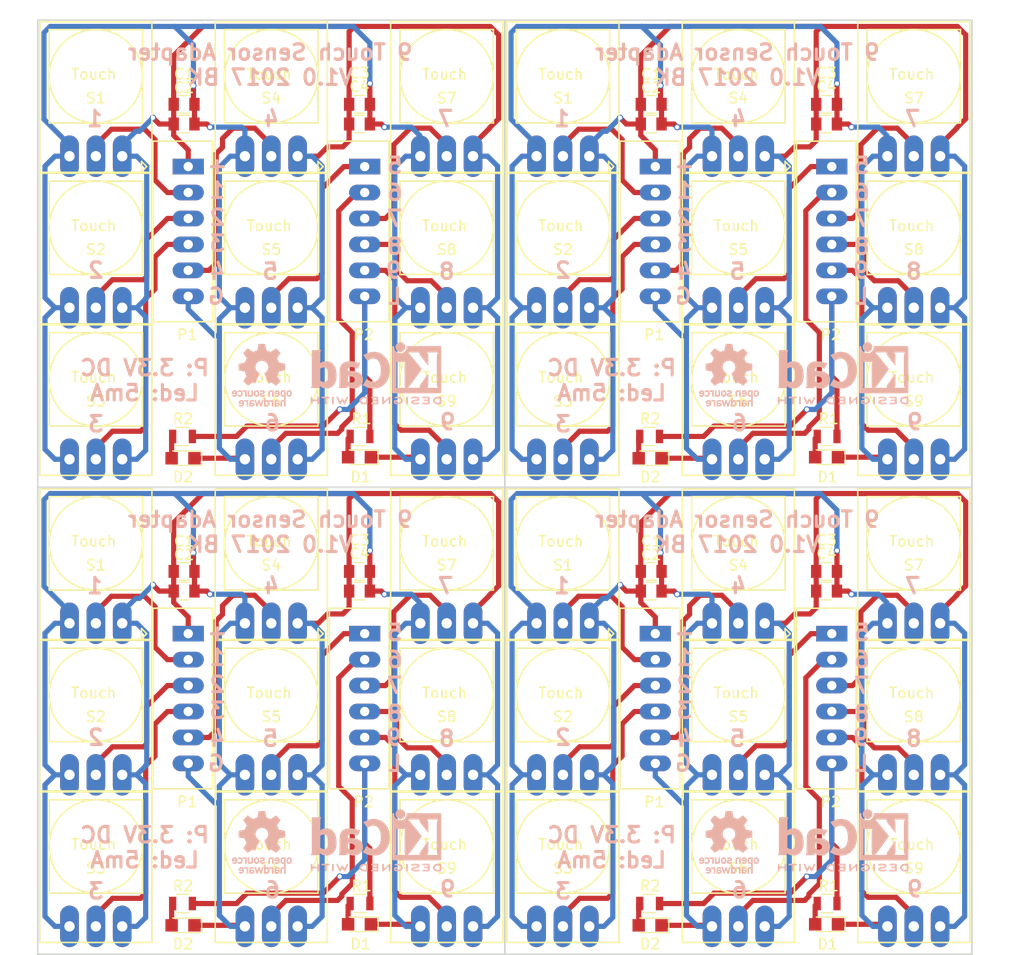
<source format=kicad_pcb>
(kicad_pcb (version 4) (host pcbnew 4.0.2-stable)
  (layers (0 F.Cu signal) (31 B.Cu signal) (34 B.Paste user) (35 F.Paste user) (36 B.SilkS user) (37 F.SilkS user) (38 B.Mask user) (39 F.Mask user) (44 Edge.Cuts user))
  (net 0 "")
  (net 1 /T1)
  (net 2 GND)
  (net 3 +3V3)
  (net 4 /T2)
  (net 5 /T3)
  (net 6 /T4)
  (net 7 /T5)
  (net 8 /T6)
  (net 9 /T7)
  (net 10 /T8)
  (net 11 /T9)
  (net 12 "Net-(D1-Pad2)")
  (net 13 "Net-(D2-Pad2)")
  (net 14 /LED)
  (module Symbols:OSHW-Logo_5.7x6mm_SilkScreen (layer B.Cu) (at 166.6 134.2 180)
    (fp_text reference REF*** hide)
    (fp_text value OSHW-Logo_5.7x6mm_SilkScreen hide)
  )
  (module Symbols:KiCad-Logo2_6mm_SilkScreen (layer B.Cu) (at 132.6 134 180)
    (fp_text reference REF*** hide)
    (fp_text value KiCad-Logo2_6mm_SilkScreen hide)
  )
  (module Symbols:KiCad-Logo2_6mm_SilkScreen (layer B.Cu) (at 177.6 134 180)
    (fp_text reference REF*** hide)
    (fp_text value KiCad-Logo2_6mm_SilkScreen hide)
  )
  (module Symbols:OSHW-Logo_5.7x6mm_SilkScreen (layer B.Cu) (at 121.6 134.2 180)
    (fp_text reference REF*** hide)
    (fp_text value OSHW-Logo_5.7x6mm_SilkScreen hide)
  )
  (module Capacitors_SMD:C_0805 (layer F.Cu) (at 176 108.1)
    (fp_text reference C3 (at 0 -3) (layer F.SilkS))
    (fp_text value 100n)
    (pad 1 smd rect (at -1 0) (size 1 1.25) (layers F.Cu F.Paste F.Mask) (net 3 +3V3))
    (pad 2 smd rect (at 1 0) (size 1 1.25) (layers F.Cu F.Paste F.Mask) (net 2 GND))
  )
  (module Capacitors_SMD:C_0805 (layer F.Cu) (at 159.1 110)
    (fp_text reference C2 (at 0 -3.5 180) (layer F.SilkS))
    (fp_text value 10u)
    (pad 1 smd rect (at -1 0) (size 1 1.25) (layers F.Cu F.Paste F.Mask) (net 3 +3V3))
    (pad 2 smd rect (at 1 0) (size 1 1.25) (layers F.Cu F.Paste F.Mask) (net 2 GND))
  )
  (module Touch_Panel:Touch_Sens_11x14.5mm (layer F.Cu) (at 167.5 107.4)
    (fp_text reference S4 (at 0 0.1) (layer F.SilkS))
    (fp_text value Touch_Sensor_11x14.4mm)
    (fp_text user Touch (at -0.2 -2.2) (layer F.SilkS))
    (pad 2 thru_hole oval (at 0 5.7) (size 1.8 4) (drill 1) (layers *.Cu *.Mask) (net 6 /T4))
    (pad 1 thru_hole oval (at -2.54 5.7) (size 1.8 4) (drill 1) (layers *.Cu *.Mask) (net 2 GND))
    (pad 3 thru_hole oval (at 2.54 5.7) (size 1.8 4) (drill 1) (layers *.Cu *.Mask) (net 3 +3V3))
  )
  (module Touch_Panel:Touch_Sens_11x14.5mm (layer F.Cu) (at 184.4 107.4)
    (fp_text reference S7 (at 0 0.1) (layer F.SilkS))
    (fp_text value Touch_Sensor_11x14.4mm)
    (fp_text user Touch (at -0.2 -2.2) (layer F.SilkS))
    (pad 2 thru_hole oval (at 0 5.7) (size 1.8 4) (drill 1) (layers *.Cu *.Mask) (net 9 /T7))
    (pad 1 thru_hole oval (at -2.54 5.7) (size 1.8 4) (drill 1) (layers *.Cu *.Mask) (net 2 GND))
    (pad 3 thru_hole oval (at 2.54 5.7) (size 1.8 4) (drill 1) (layers *.Cu *.Mask) (net 3 +3V3))
  )
  (module Capacitors_SMD:C_0805 (layer F.Cu) (at 176 110)
    (fp_text reference C4 (at 0 -3.6) (layer F.SilkS))
    (fp_text value 10u)
    (pad 1 smd rect (at -1 0) (size 1 1.25) (layers F.Cu F.Paste F.Mask) (net 3 +3V3))
    (pad 2 smd rect (at 1 0) (size 1 1.25) (layers F.Cu F.Paste F.Mask) (net 2 GND))
  )
  (module Capacitors_SMD:C_0805 (layer F.Cu) (at 159.1 108.1)
    (fp_text reference C1 (at 0 -2.9) (layer F.SilkS))
    (fp_text value 100n)
    (pad 1 smd rect (at -1 0) (size 1 1.25) (layers F.Cu F.Paste F.Mask) (net 3 +3V3))
    (pad 2 smd rect (at 1 0) (size 1 1.25) (layers F.Cu F.Paste F.Mask) (net 2 GND))
  )
  (module LEDs:LED_0805 (layer F.Cu) (at 176 142.1 180)
    (fp_text reference D1 (at -0.1 -1.9 180) (layer F.SilkS))
    (fp_text value LED)
    (pad 2 smd rect (at 1.1 0) (size 1.2 1.2) (layers F.Cu F.Paste F.Mask) (net 12 "Net-(D1-Pad2)"))
    (pad 1 smd rect (at -1.1 0) (size 1.2 1.2) (layers F.Cu F.Paste F.Mask) (net 2 GND))
  )
  (module Touch_Panel:Touch_Sens_11x14.5mm (layer F.Cu) (at 167.5 122)
    (fp_text reference S5 (at 0 0.1) (layer F.SilkS))
    (fp_text value Touch_Sensor_11x14.4mm)
    (fp_text user Touch (at -0.2 -2.2) (layer F.SilkS))
    (pad 2 thru_hole oval (at 0 5.7) (size 1.8 4) (drill 1) (layers *.Cu *.Mask) (net 7 /T5))
    (pad 1 thru_hole oval (at -2.54 5.7) (size 1.8 4) (drill 1) (layers *.Cu *.Mask) (net 2 GND))
    (pad 3 thru_hole oval (at 2.54 5.7) (size 1.8 4) (drill 1) (layers *.Cu *.Mask) (net 3 +3V3))
  )
  (module Touch_Panel:Touch_Sens_11x14.5mm (layer F.Cu) (at 184.4 122)
    (fp_text reference S8 (at 0 0.1) (layer F.SilkS))
    (fp_text value Touch_Sensor_11x14.4mm)
    (fp_text user Touch (at -0.2 -2.2) (layer F.SilkS))
    (pad 2 thru_hole oval (at 0 5.7) (size 1.8 4) (drill 1) (layers *.Cu *.Mask) (net 10 /T8))
    (pad 1 thru_hole oval (at -2.54 5.7) (size 1.8 4) (drill 1) (layers *.Cu *.Mask) (net 2 GND))
    (pad 3 thru_hole oval (at 2.54 5.7) (size 1.8 4) (drill 1) (layers *.Cu *.Mask) (net 3 +3V3))
  )
  (module Touch_Panel:Touch_Sens_11x14.5mm (layer F.Cu) (at 167.5 136.6)
    (fp_text reference S6 (at 0 0.1) (layer F.SilkS))
    (fp_text value Touch_Sensor_11x14.4mm)
    (fp_text user Touch (at -0.2 -2.2) (layer F.SilkS))
    (pad 2 thru_hole oval (at 0 5.7) (size 1.8 4) (drill 1) (layers *.Cu *.Mask) (net 8 /T6))
    (pad 1 thru_hole oval (at -2.54 5.7) (size 1.8 4) (drill 1) (layers *.Cu *.Mask) (net 2 GND))
    (pad 3 thru_hole oval (at 2.54 5.7) (size 1.8 4) (drill 1) (layers *.Cu *.Mask) (net 3 +3V3))
  )
  (module Touch_Panel:JST_B6B-XH-A_LongPads (layer F.Cu) (at 176.5 114.1 270)
    (fp_text reference P2 (at 16.2 0.1 360) (layer F.SilkS))
    (fp_text value IO2)
    (pad 1 thru_hole rect (at 0 0 270) (size 1.5 3) (drill 0.9) (layers *.Cu *.Mask) (net 7 /T5))
    (pad 2 thru_hole oval (at 2.5 0 270) (size 1.5 3) (drill 0.9) (layers *.Cu *.Mask) (net 8 /T6))
    (pad 3 thru_hole oval (at 5 0 270) (size 1.5 3) (drill 0.9) (layers *.Cu *.Mask) (net 9 /T7))
    (pad 4 thru_hole oval (at 7.5 0 270) (size 1.5 3) (drill 0.9) (layers *.Cu *.Mask) (net 10 /T8))
    (pad 5 thru_hole oval (at 10 0 270) (size 1.5 3) (drill 0.9) (layers *.Cu *.Mask) (net 11 /T9))
    (pad 6 thru_hole oval (at 12.5 0 270) (size 1.5 3) (drill 0.9) (layers *.Cu *.Mask) (net 14 /LED))
  )
  (module Touch_Panel:Touch_Sens_11x14.5mm (layer F.Cu) (at 184.4 136.6)
    (fp_text reference S9 (at 0 0.1) (layer F.SilkS))
    (fp_text value Touch_Sensor_11x14.4mm)
    (fp_text user Touch (at -0.2 -2.2) (layer F.SilkS))
    (pad 2 thru_hole oval (at 0 5.7) (size 1.8 4) (drill 1) (layers *.Cu *.Mask) (net 11 /T9))
    (pad 1 thru_hole oval (at -2.54 5.7) (size 1.8 4) (drill 1) (layers *.Cu *.Mask) (net 2 GND))
    (pad 3 thru_hole oval (at 2.54 5.7) (size 1.8 4) (drill 1) (layers *.Cu *.Mask) (net 3 +3V3))
  )
  (module Resistors_SMD:R_0805 (layer F.Cu) (at 176.05 140.1 180)
    (fp_text reference R1 (at -0.15 1.7 180) (layer F.SilkS))
    (fp_text value 360)
    (pad 1 smd rect (at -0.95 0 180) (size 0.7 1.3) (layers F.Cu F.Paste F.Mask) (net 14 /LED))
    (pad 2 smd rect (at 0.95 0 180) (size 0.7 1.3) (layers F.Cu F.Paste F.Mask) (net 12 "Net-(D1-Pad2)"))
  )
  (module Touch_Panel:Touch_Sens_11x14.5mm (layer F.Cu) (at 105.6 122)
    (fp_text reference S2 (at 0 0.1) (layer F.SilkS))
    (fp_text value Touch_Sensor_11x14.4mm)
    (fp_text user Touch (at -0.2 -2.2) (layer F.SilkS))
    (pad 2 thru_hole oval (at 0 5.7) (size 1.8 4) (drill 1) (layers *.Cu *.Mask) (net 4 /T2))
    (pad 1 thru_hole oval (at -2.54 5.7) (size 1.8 4) (drill 1) (layers *.Cu *.Mask) (net 2 GND))
    (pad 3 thru_hole oval (at 2.54 5.7) (size 1.8 4) (drill 1) (layers *.Cu *.Mask) (net 3 +3V3))
  )
  (module Resistors_SMD:R_0805 (layer F.Cu) (at 113.95 140.1 180)
    (fp_text reference R2 (at -0.05 1.7 180) (layer F.SilkS))
    (fp_text value 360)
    (pad 1 smd rect (at -0.95 0 180) (size 0.7 1.3) (layers F.Cu F.Paste F.Mask) (net 14 /LED))
    (pad 2 smd rect (at 0.95 0 180) (size 0.7 1.3) (layers F.Cu F.Paste F.Mask) (net 13 "Net-(D2-Pad2)"))
  )
  (module Touch_Panel:Touch_Sens_11x14.5mm (layer F.Cu) (at 105.6 136.6)
    (fp_text reference S3 (at 0 0.1) (layer F.SilkS))
    (fp_text value Touch_Sensor_11x14.4mm)
    (fp_text user Touch (at -0.2 -2.2) (layer F.SilkS))
    (pad 2 thru_hole oval (at 0 5.7) (size 1.8 4) (drill 1) (layers *.Cu *.Mask) (net 5 /T3))
    (pad 1 thru_hole oval (at -2.54 5.7) (size 1.8 4) (drill 1) (layers *.Cu *.Mask) (net 2 GND))
    (pad 3 thru_hole oval (at 2.54 5.7) (size 1.8 4) (drill 1) (layers *.Cu *.Mask) (net 3 +3V3))
  )
  (module LEDs:LED_0805 (layer F.Cu) (at 114 142.2 180)
    (fp_text reference D2 (at 0 -1.8 180) (layer F.SilkS))
    (fp_text value LED)
    (pad 2 smd rect (at 1.1 0) (size 1.2 1.2) (layers F.Cu F.Paste F.Mask) (net 13 "Net-(D2-Pad2)"))
    (pad 1 smd rect (at -1.1 0) (size 1.2 1.2) (layers F.Cu F.Paste F.Mask) (net 2 GND))
  )
  (module LEDs:LED_0805 (layer F.Cu) (at 159 142.2 180)
    (fp_text reference D2 (at 0 -1.8 180) (layer F.SilkS))
    (fp_text value LED)
    (pad 2 smd rect (at 1.1 0) (size 1.2 1.2) (layers F.Cu F.Paste F.Mask) (net 13 "Net-(D2-Pad2)"))
    (pad 1 smd rect (at -1.1 0) (size 1.2 1.2) (layers F.Cu F.Paste F.Mask) (net 2 GND))
  )
  (module Touch_Panel:Touch_Sens_11x14.5mm (layer F.Cu) (at 150.6 136.6)
    (fp_text reference S3 (at 0 0.1) (layer F.SilkS))
    (fp_text value Touch_Sensor_11x14.4mm)
    (fp_text user Touch (at -0.2 -2.2) (layer F.SilkS))
    (pad 2 thru_hole oval (at 0 5.7) (size 1.8 4) (drill 1) (layers *.Cu *.Mask) (net 5 /T3))
    (pad 1 thru_hole oval (at -2.54 5.7) (size 1.8 4) (drill 1) (layers *.Cu *.Mask) (net 2 GND))
    (pad 3 thru_hole oval (at 2.54 5.7) (size 1.8 4) (drill 1) (layers *.Cu *.Mask) (net 3 +3V3))
  )
  (module Touch_Panel:JST_B6B-XH-A_LongPads (layer F.Cu) (at 159.5 114.1 270)
    (fp_text reference P1 (at 16.2 0.1 360) (layer F.SilkS))
    (fp_text value IO1)
    (pad 1 thru_hole rect (at 0 0 270) (size 1.5 3) (drill 0.9) (layers *.Cu *.Mask) (net 3 +3V3))
    (pad 2 thru_hole oval (at 2.5 0 270) (size 1.5 3) (drill 0.9) (layers *.Cu *.Mask) (net 1 /T1))
    (pad 3 thru_hole oval (at 5 0 270) (size 1.5 3) (drill 0.9) (layers *.Cu *.Mask) (net 4 /T2))
    (pad 4 thru_hole oval (at 7.5 0 270) (size 1.5 3) (drill 0.9) (layers *.Cu *.Mask) (net 5 /T3))
    (pad 5 thru_hole oval (at 10 0 270) (size 1.5 3) (drill 0.9) (layers *.Cu *.Mask) (net 6 /T4))
    (pad 6 thru_hole oval (at 12.5 0 270) (size 1.5 3) (drill 0.9) (layers *.Cu *.Mask) (net 2 GND))
  )
  (module Resistors_SMD:R_0805 (layer F.Cu) (at 131.05 140.1 180)
    (fp_text reference R1 (at -0.15 1.7 180) (layer F.SilkS))
    (fp_text value 360)
    (pad 1 smd rect (at -0.95 0 180) (size 0.7 1.3) (layers F.Cu F.Paste F.Mask) (net 14 /LED))
    (pad 2 smd rect (at 0.95 0 180) (size 0.7 1.3) (layers F.Cu F.Paste F.Mask) (net 12 "Net-(D1-Pad2)"))
  )
  (module Touch_Panel:Touch_Sens_11x14.5mm (layer F.Cu) (at 139.4 136.6)
    (fp_text reference S9 (at 0 0.1) (layer F.SilkS))
    (fp_text value Touch_Sensor_11x14.4mm)
    (fp_text user Touch (at -0.2 -2.2) (layer F.SilkS))
    (pad 2 thru_hole oval (at 0 5.7) (size 1.8 4) (drill 1) (layers *.Cu *.Mask) (net 11 /T9))
    (pad 1 thru_hole oval (at -2.54 5.7) (size 1.8 4) (drill 1) (layers *.Cu *.Mask) (net 2 GND))
    (pad 3 thru_hole oval (at 2.54 5.7) (size 1.8 4) (drill 1) (layers *.Cu *.Mask) (net 3 +3V3))
  )
  (module Touch_Panel:Touch_Sens_11x14.5mm (layer F.Cu) (at 150.6 122)
    (fp_text reference S2 (at 0 0.1) (layer F.SilkS))
    (fp_text value Touch_Sensor_11x14.4mm)
    (fp_text user Touch (at -0.2 -2.2) (layer F.SilkS))
    (pad 2 thru_hole oval (at 0 5.7) (size 1.8 4) (drill 1) (layers *.Cu *.Mask) (net 4 /T2))
    (pad 1 thru_hole oval (at -2.54 5.7) (size 1.8 4) (drill 1) (layers *.Cu *.Mask) (net 2 GND))
    (pad 3 thru_hole oval (at 2.54 5.7) (size 1.8 4) (drill 1) (layers *.Cu *.Mask) (net 3 +3V3))
  )
  (module Resistors_SMD:R_0805 (layer F.Cu) (at 158.95 140.1 180)
    (fp_text reference R2 (at -0.05 1.7 180) (layer F.SilkS))
    (fp_text value 360)
    (pad 1 smd rect (at -0.95 0 180) (size 0.7 1.3) (layers F.Cu F.Paste F.Mask) (net 14 /LED))
    (pad 2 smd rect (at 0.95 0 180) (size 0.7 1.3) (layers F.Cu F.Paste F.Mask) (net 13 "Net-(D2-Pad2)"))
  )
  (module LEDs:LED_0805 (layer F.Cu) (at 131 142.1 180)
    (fp_text reference D1 (at -0.1 -1.9 180) (layer F.SilkS))
    (fp_text value LED)
    (pad 2 smd rect (at 1.1 0) (size 1.2 1.2) (layers F.Cu F.Paste F.Mask) (net 12 "Net-(D1-Pad2)"))
    (pad 1 smd rect (at -1.1 0) (size 1.2 1.2) (layers F.Cu F.Paste F.Mask) (net 2 GND))
  )
  (module Capacitors_SMD:C_0805 (layer F.Cu) (at 114.1 108.1)
    (fp_text reference C1 (at 0 -2.9) (layer F.SilkS))
    (fp_text value 100n)
    (pad 1 smd rect (at -1 0) (size 1 1.25) (layers F.Cu F.Paste F.Mask) (net 3 +3V3))
    (pad 2 smd rect (at 1 0) (size 1 1.25) (layers F.Cu F.Paste F.Mask) (net 2 GND))
  )
  (module Touch_Panel:Touch_Sens_11x14.5mm (layer F.Cu) (at 105.6 107.4)
    (fp_text reference S1 (at 0 0.1) (layer F.SilkS))
    (fp_text value Touch_Sensor_11x14.4mm)
    (fp_text user Touch (at -0.2 -2.2) (layer F.SilkS))
    (pad 2 thru_hole oval (at 0 5.7) (size 1.8 4) (drill 1) (layers *.Cu *.Mask) (net 1 /T1))
    (pad 1 thru_hole oval (at -2.54 5.7) (size 1.8 4) (drill 1) (layers *.Cu *.Mask) (net 2 GND))
    (pad 3 thru_hole oval (at 2.54 5.7) (size 1.8 4) (drill 1) (layers *.Cu *.Mask) (net 3 +3V3))
  )
  (module Capacitors_SMD:C_0805 (layer F.Cu) (at 114.1 110)
    (fp_text reference C2 (at 0 -3.5 180) (layer F.SilkS))
    (fp_text value 10u)
    (pad 1 smd rect (at -1 0) (size 1 1.25) (layers F.Cu F.Paste F.Mask) (net 3 +3V3))
    (pad 2 smd rect (at 1 0) (size 1 1.25) (layers F.Cu F.Paste F.Mask) (net 2 GND))
  )
  (module Touch_Panel:JST_B6B-XH-A_LongPads (layer F.Cu) (at 114.5 114.1 270)
    (fp_text reference P1 (at 16.2 0.1 360) (layer F.SilkS))
    (fp_text value IO1)
    (pad 1 thru_hole rect (at 0 0 270) (size 1.5 3) (drill 0.9) (layers *.Cu *.Mask) (net 3 +3V3))
    (pad 2 thru_hole oval (at 2.5 0 270) (size 1.5 3) (drill 0.9) (layers *.Cu *.Mask) (net 1 /T1))
    (pad 3 thru_hole oval (at 5 0 270) (size 1.5 3) (drill 0.9) (layers *.Cu *.Mask) (net 4 /T2))
    (pad 4 thru_hole oval (at 7.5 0 270) (size 1.5 3) (drill 0.9) (layers *.Cu *.Mask) (net 5 /T3))
    (pad 5 thru_hole oval (at 10 0 270) (size 1.5 3) (drill 0.9) (layers *.Cu *.Mask) (net 6 /T4))
    (pad 6 thru_hole oval (at 12.5 0 270) (size 1.5 3) (drill 0.9) (layers *.Cu *.Mask) (net 2 GND))
  )
  (module Touch_Panel:Touch_Sens_11x14.5mm (layer F.Cu) (at 122.5 136.6)
    (fp_text reference S6 (at 0 0.1) (layer F.SilkS))
    (fp_text value Touch_Sensor_11x14.4mm)
    (fp_text user Touch (at -0.2 -2.2) (layer F.SilkS))
    (pad 2 thru_hole oval (at 0 5.7) (size 1.8 4) (drill 1) (layers *.Cu *.Mask) (net 8 /T6))
    (pad 1 thru_hole oval (at -2.54 5.7) (size 1.8 4) (drill 1) (layers *.Cu *.Mask) (net 2 GND))
    (pad 3 thru_hole oval (at 2.54 5.7) (size 1.8 4) (drill 1) (layers *.Cu *.Mask) (net 3 +3V3))
  )
  (module Touch_Panel:Touch_Sens_11x14.5mm (layer F.Cu) (at 139.4 122)
    (fp_text reference S8 (at 0 0.1) (layer F.SilkS))
    (fp_text value Touch_Sensor_11x14.4mm)
    (fp_text user Touch (at -0.2 -2.2) (layer F.SilkS))
    (pad 2 thru_hole oval (at 0 5.7) (size 1.8 4) (drill 1) (layers *.Cu *.Mask) (net 10 /T8))
    (pad 1 thru_hole oval (at -2.54 5.7) (size 1.8 4) (drill 1) (layers *.Cu *.Mask) (net 2 GND))
    (pad 3 thru_hole oval (at 2.54 5.7) (size 1.8 4) (drill 1) (layers *.Cu *.Mask) (net 3 +3V3))
  )
  (module Touch_Panel:Touch_Sens_11x14.5mm (layer F.Cu) (at 122.5 122)
    (fp_text reference S5 (at 0 0.1) (layer F.SilkS))
    (fp_text value Touch_Sensor_11x14.4mm)
    (fp_text user Touch (at -0.2 -2.2) (layer F.SilkS))
    (pad 2 thru_hole oval (at 0 5.7) (size 1.8 4) (drill 1) (layers *.Cu *.Mask) (net 7 /T5))
    (pad 1 thru_hole oval (at -2.54 5.7) (size 1.8 4) (drill 1) (layers *.Cu *.Mask) (net 2 GND))
    (pad 3 thru_hole oval (at 2.54 5.7) (size 1.8 4) (drill 1) (layers *.Cu *.Mask) (net 3 +3V3))
  )
  (module Touch_Panel:JST_B6B-XH-A_LongPads (layer F.Cu) (at 131.5 114.1 270)
    (fp_text reference P2 (at 16.2 0.1 360) (layer F.SilkS))
    (fp_text value IO2)
    (pad 1 thru_hole rect (at 0 0 270) (size 1.5 3) (drill 0.9) (layers *.Cu *.Mask) (net 7 /T5))
    (pad 2 thru_hole oval (at 2.5 0 270) (size 1.5 3) (drill 0.9) (layers *.Cu *.Mask) (net 8 /T6))
    (pad 3 thru_hole oval (at 5 0 270) (size 1.5 3) (drill 0.9) (layers *.Cu *.Mask) (net 9 /T7))
    (pad 4 thru_hole oval (at 7.5 0 270) (size 1.5 3) (drill 0.9) (layers *.Cu *.Mask) (net 10 /T8))
    (pad 5 thru_hole oval (at 10 0 270) (size 1.5 3) (drill 0.9) (layers *.Cu *.Mask) (net 11 /T9))
    (pad 6 thru_hole oval (at 12.5 0 270) (size 1.5 3) (drill 0.9) (layers *.Cu *.Mask) (net 14 /LED))
  )
  (module Touch_Panel:Touch_Sens_11x14.5mm (layer F.Cu) (at 150.6 107.4)
    (fp_text reference S1 (at 0 0.1) (layer F.SilkS))
    (fp_text value Touch_Sensor_11x14.4mm)
    (fp_text user Touch (at -0.2 -2.2) (layer F.SilkS))
    (pad 2 thru_hole oval (at 0 5.7) (size 1.8 4) (drill 1) (layers *.Cu *.Mask) (net 1 /T1))
    (pad 1 thru_hole oval (at -2.54 5.7) (size 1.8 4) (drill 1) (layers *.Cu *.Mask) (net 2 GND))
    (pad 3 thru_hole oval (at 2.54 5.7) (size 1.8 4) (drill 1) (layers *.Cu *.Mask) (net 3 +3V3))
  )
  (module Capacitors_SMD:C_0805 (layer F.Cu) (at 131 110)
    (fp_text reference C4 (at 0 -3.6) (layer F.SilkS))
    (fp_text value 10u)
    (pad 1 smd rect (at -1 0) (size 1 1.25) (layers F.Cu F.Paste F.Mask) (net 3 +3V3))
    (pad 2 smd rect (at 1 0) (size 1 1.25) (layers F.Cu F.Paste F.Mask) (net 2 GND))
  )
  (module Touch_Panel:Touch_Sens_11x14.5mm (layer F.Cu) (at 139.4 107.4)
    (fp_text reference S7 (at 0 0.1) (layer F.SilkS))
    (fp_text value Touch_Sensor_11x14.4mm)
    (fp_text user Touch (at -0.2 -2.2) (layer F.SilkS))
    (pad 2 thru_hole oval (at 0 5.7) (size 1.8 4) (drill 1) (layers *.Cu *.Mask) (net 9 /T7))
    (pad 1 thru_hole oval (at -2.54 5.7) (size 1.8 4) (drill 1) (layers *.Cu *.Mask) (net 2 GND))
    (pad 3 thru_hole oval (at 2.54 5.7) (size 1.8 4) (drill 1) (layers *.Cu *.Mask) (net 3 +3V3))
  )
  (module Touch_Panel:Touch_Sens_11x14.5mm (layer F.Cu) (at 122.5 107.4)
    (fp_text reference S4 (at 0 0.1) (layer F.SilkS))
    (fp_text value Touch_Sensor_11x14.4mm)
    (fp_text user Touch (at -0.2 -2.2) (layer F.SilkS))
    (pad 2 thru_hole oval (at 0 5.7) (size 1.8 4) (drill 1) (layers *.Cu *.Mask) (net 6 /T4))
    (pad 1 thru_hole oval (at -2.54 5.7) (size 1.8 4) (drill 1) (layers *.Cu *.Mask) (net 2 GND))
    (pad 3 thru_hole oval (at 2.54 5.7) (size 1.8 4) (drill 1) (layers *.Cu *.Mask) (net 3 +3V3))
  )
  (module Capacitors_SMD:C_0805 (layer F.Cu) (at 131 108.1)
    (fp_text reference C3 (at 0 -3) (layer F.SilkS))
    (fp_text value 100n)
    (pad 1 smd rect (at -1 0) (size 1 1.25) (layers F.Cu F.Paste F.Mask) (net 3 +3V3))
    (pad 2 smd rect (at 1 0) (size 1 1.25) (layers F.Cu F.Paste F.Mask) (net 2 GND))
  )
  (module Symbols:OSHW-Logo_5.7x6mm_SilkScreen (layer B.Cu) (at 166.6 89.2 180)
    (fp_text reference REF*** hide)
    (fp_text value OSHW-Logo_5.7x6mm_SilkScreen hide)
  )
  (module Symbols:KiCad-Logo2_6mm_SilkScreen (layer B.Cu) (at 177.6 89 180)
    (fp_text reference REF*** hide)
    (fp_text value KiCad-Logo2_6mm_SilkScreen hide)
  )
  (module Touch_Panel:JST_B6B-XH-A_LongPads (layer F.Cu) (at 159.5 69.1 270)
    (fp_text reference P1 (at 16.2 0.1 360) (layer F.SilkS))
    (fp_text value IO1)
    (pad 1 thru_hole rect (at 0 0 270) (size 1.5 3) (drill 0.9) (layers *.Cu *.Mask) (net 3 +3V3))
    (pad 2 thru_hole oval (at 2.5 0 270) (size 1.5 3) (drill 0.9) (layers *.Cu *.Mask) (net 1 /T1))
    (pad 3 thru_hole oval (at 5 0 270) (size 1.5 3) (drill 0.9) (layers *.Cu *.Mask) (net 4 /T2))
    (pad 4 thru_hole oval (at 7.5 0 270) (size 1.5 3) (drill 0.9) (layers *.Cu *.Mask) (net 5 /T3))
    (pad 5 thru_hole oval (at 10 0 270) (size 1.5 3) (drill 0.9) (layers *.Cu *.Mask) (net 6 /T4))
    (pad 6 thru_hole oval (at 12.5 0 270) (size 1.5 3) (drill 0.9) (layers *.Cu *.Mask) (net 2 GND))
  )
  (module LEDs:LED_0805 (layer F.Cu) (at 159 97.2 180)
    (fp_text reference D2 (at 0 -1.8 180) (layer F.SilkS))
    (fp_text value LED)
    (pad 2 smd rect (at 1.1 0) (size 1.2 1.2) (layers F.Cu F.Paste F.Mask) (net 13 "Net-(D2-Pad2)"))
    (pad 1 smd rect (at -1.1 0) (size 1.2 1.2) (layers F.Cu F.Paste F.Mask) (net 2 GND))
  )
  (module Resistors_SMD:R_0805 (layer F.Cu) (at 158.95 95.1 180)
    (fp_text reference R2 (at -0.05 1.7 180) (layer F.SilkS))
    (fp_text value 360)
    (pad 1 smd rect (at -0.95 0 180) (size 0.7 1.3) (layers F.Cu F.Paste F.Mask) (net 14 /LED))
    (pad 2 smd rect (at 0.95 0 180) (size 0.7 1.3) (layers F.Cu F.Paste F.Mask) (net 13 "Net-(D2-Pad2)"))
  )
  (module Touch_Panel:Touch_Sens_11x14.5mm (layer F.Cu) (at 150.6 77)
    (fp_text reference S2 (at 0 0.1) (layer F.SilkS))
    (fp_text value Touch_Sensor_11x14.4mm)
    (fp_text user Touch (at -0.2 -2.2) (layer F.SilkS))
    (pad 2 thru_hole oval (at 0 5.7) (size 1.8 4) (drill 1) (layers *.Cu *.Mask) (net 4 /T2))
    (pad 1 thru_hole oval (at -2.54 5.7) (size 1.8 4) (drill 1) (layers *.Cu *.Mask) (net 2 GND))
    (pad 3 thru_hole oval (at 2.54 5.7) (size 1.8 4) (drill 1) (layers *.Cu *.Mask) (net 3 +3V3))
  )
  (module Touch_Panel:Touch_Sens_11x14.5mm (layer F.Cu) (at 150.6 91.6)
    (fp_text reference S3 (at 0 0.1) (layer F.SilkS))
    (fp_text value Touch_Sensor_11x14.4mm)
    (fp_text user Touch (at -0.2 -2.2) (layer F.SilkS))
    (pad 2 thru_hole oval (at 0 5.7) (size 1.8 4) (drill 1) (layers *.Cu *.Mask) (net 5 /T3))
    (pad 1 thru_hole oval (at -2.54 5.7) (size 1.8 4) (drill 1) (layers *.Cu *.Mask) (net 2 GND))
    (pad 3 thru_hole oval (at 2.54 5.7) (size 1.8 4) (drill 1) (layers *.Cu *.Mask) (net 3 +3V3))
  )
  (module Capacitors_SMD:C_0805 (layer F.Cu) (at 159.1 65)
    (fp_text reference C2 (at 0 -3.5 180) (layer F.SilkS))
    (fp_text value 10u)
    (pad 1 smd rect (at -1 0) (size 1 1.25) (layers F.Cu F.Paste F.Mask) (net 3 +3V3))
    (pad 2 smd rect (at 1 0) (size 1 1.25) (layers F.Cu F.Paste F.Mask) (net 2 GND))
  )
  (module Touch_Panel:Touch_Sens_11x14.5mm (layer F.Cu) (at 150.6 62.4)
    (fp_text reference S1 (at 0 0.1) (layer F.SilkS))
    (fp_text value Touch_Sensor_11x14.4mm)
    (fp_text user Touch (at -0.2 -2.2) (layer F.SilkS))
    (pad 2 thru_hole oval (at 0 5.7) (size 1.8 4) (drill 1) (layers *.Cu *.Mask) (net 1 /T1))
    (pad 1 thru_hole oval (at -2.54 5.7) (size 1.8 4) (drill 1) (layers *.Cu *.Mask) (net 2 GND))
    (pad 3 thru_hole oval (at 2.54 5.7) (size 1.8 4) (drill 1) (layers *.Cu *.Mask) (net 3 +3V3))
  )
  (module Capacitors_SMD:C_0805 (layer F.Cu) (at 159.1 63.1)
    (fp_text reference C1 (at 0 -2.9) (layer F.SilkS))
    (fp_text value 100n)
    (pad 1 smd rect (at -1 0) (size 1 1.25) (layers F.Cu F.Paste F.Mask) (net 3 +3V3))
    (pad 2 smd rect (at 1 0) (size 1 1.25) (layers F.Cu F.Paste F.Mask) (net 2 GND))
  )
  (module Touch_Panel:JST_B6B-XH-A_LongPads (layer F.Cu) (at 176.5 69.1 270)
    (fp_text reference P2 (at 16.2 0.1 360) (layer F.SilkS))
    (fp_text value IO2)
    (pad 1 thru_hole rect (at 0 0 270) (size 1.5 3) (drill 0.9) (layers *.Cu *.Mask) (net 7 /T5))
    (pad 2 thru_hole oval (at 2.5 0 270) (size 1.5 3) (drill 0.9) (layers *.Cu *.Mask) (net 8 /T6))
    (pad 3 thru_hole oval (at 5 0 270) (size 1.5 3) (drill 0.9) (layers *.Cu *.Mask) (net 9 /T7))
    (pad 4 thru_hole oval (at 7.5 0 270) (size 1.5 3) (drill 0.9) (layers *.Cu *.Mask) (net 10 /T8))
    (pad 5 thru_hole oval (at 10 0 270) (size 1.5 3) (drill 0.9) (layers *.Cu *.Mask) (net 11 /T9))
    (pad 6 thru_hole oval (at 12.5 0 270) (size 1.5 3) (drill 0.9) (layers *.Cu *.Mask) (net 14 /LED))
  )
  (module Touch_Panel:Touch_Sens_11x14.5mm (layer F.Cu) (at 167.5 77)
    (fp_text reference S5 (at 0 0.1) (layer F.SilkS))
    (fp_text value Touch_Sensor_11x14.4mm)
    (fp_text user Touch (at -0.2 -2.2) (layer F.SilkS))
    (pad 2 thru_hole oval (at 0 5.7) (size 1.8 4) (drill 1) (layers *.Cu *.Mask) (net 7 /T5))
    (pad 1 thru_hole oval (at -2.54 5.7) (size 1.8 4) (drill 1) (layers *.Cu *.Mask) (net 2 GND))
    (pad 3 thru_hole oval (at 2.54 5.7) (size 1.8 4) (drill 1) (layers *.Cu *.Mask) (net 3 +3V3))
  )
  (module Touch_Panel:Touch_Sens_11x14.5mm (layer F.Cu) (at 184.4 77)
    (fp_text reference S8 (at 0 0.1) (layer F.SilkS))
    (fp_text value Touch_Sensor_11x14.4mm)
    (fp_text user Touch (at -0.2 -2.2) (layer F.SilkS))
    (pad 2 thru_hole oval (at 0 5.7) (size 1.8 4) (drill 1) (layers *.Cu *.Mask) (net 10 /T8))
    (pad 1 thru_hole oval (at -2.54 5.7) (size 1.8 4) (drill 1) (layers *.Cu *.Mask) (net 2 GND))
    (pad 3 thru_hole oval (at 2.54 5.7) (size 1.8 4) (drill 1) (layers *.Cu *.Mask) (net 3 +3V3))
  )
  (module Touch_Panel:Touch_Sens_11x14.5mm (layer F.Cu) (at 167.5 91.6)
    (fp_text reference S6 (at 0 0.1) (layer F.SilkS))
    (fp_text value Touch_Sensor_11x14.4mm)
    (fp_text user Touch (at -0.2 -2.2) (layer F.SilkS))
    (pad 2 thru_hole oval (at 0 5.7) (size 1.8 4) (drill 1) (layers *.Cu *.Mask) (net 8 /T6))
    (pad 1 thru_hole oval (at -2.54 5.7) (size 1.8 4) (drill 1) (layers *.Cu *.Mask) (net 2 GND))
    (pad 3 thru_hole oval (at 2.54 5.7) (size 1.8 4) (drill 1) (layers *.Cu *.Mask) (net 3 +3V3))
  )
  (module LEDs:LED_0805 (layer F.Cu) (at 176 97.1 180)
    (fp_text reference D1 (at -0.1 -1.9 180) (layer F.SilkS))
    (fp_text value LED)
    (pad 2 smd rect (at 1.1 0) (size 1.2 1.2) (layers F.Cu F.Paste F.Mask) (net 12 "Net-(D1-Pad2)"))
    (pad 1 smd rect (at -1.1 0) (size 1.2 1.2) (layers F.Cu F.Paste F.Mask) (net 2 GND))
  )
  (module Resistors_SMD:R_0805 (layer F.Cu) (at 176.05 95.1 180)
    (fp_text reference R1 (at -0.15 1.7 180) (layer F.SilkS))
    (fp_text value 360)
    (pad 1 smd rect (at -0.95 0 180) (size 0.7 1.3) (layers F.Cu F.Paste F.Mask) (net 14 /LED))
    (pad 2 smd rect (at 0.95 0 180) (size 0.7 1.3) (layers F.Cu F.Paste F.Mask) (net 12 "Net-(D1-Pad2)"))
  )
  (module Touch_Panel:Touch_Sens_11x14.5mm (layer F.Cu) (at 184.4 91.6)
    (fp_text reference S9 (at 0 0.1) (layer F.SilkS))
    (fp_text value Touch_Sensor_11x14.4mm)
    (fp_text user Touch (at -0.2 -2.2) (layer F.SilkS))
    (pad 2 thru_hole oval (at 0 5.7) (size 1.8 4) (drill 1) (layers *.Cu *.Mask) (net 11 /T9))
    (pad 1 thru_hole oval (at -2.54 5.7) (size 1.8 4) (drill 1) (layers *.Cu *.Mask) (net 2 GND))
    (pad 3 thru_hole oval (at 2.54 5.7) (size 1.8 4) (drill 1) (layers *.Cu *.Mask) (net 3 +3V3))
  )
  (module Capacitors_SMD:C_0805 (layer F.Cu) (at 176 63.1)
    (fp_text reference C3 (at 0 -3) (layer F.SilkS))
    (fp_text value 100n)
    (pad 1 smd rect (at -1 0) (size 1 1.25) (layers F.Cu F.Paste F.Mask) (net 3 +3V3))
    (pad 2 smd rect (at 1 0) (size 1 1.25) (layers F.Cu F.Paste F.Mask) (net 2 GND))
  )
  (module Touch_Panel:Touch_Sens_11x14.5mm (layer F.Cu) (at 167.5 62.4)
    (fp_text reference S4 (at 0 0.1) (layer F.SilkS))
    (fp_text value Touch_Sensor_11x14.4mm)
    (fp_text user Touch (at -0.2 -2.2) (layer F.SilkS))
    (pad 2 thru_hole oval (at 0 5.7) (size 1.8 4) (drill 1) (layers *.Cu *.Mask) (net 6 /T4))
    (pad 1 thru_hole oval (at -2.54 5.7) (size 1.8 4) (drill 1) (layers *.Cu *.Mask) (net 2 GND))
    (pad 3 thru_hole oval (at 2.54 5.7) (size 1.8 4) (drill 1) (layers *.Cu *.Mask) (net 3 +3V3))
  )
  (module Capacitors_SMD:C_0805 (layer F.Cu) (at 176 65)
    (fp_text reference C4 (at 0 -3.6) (layer F.SilkS))
    (fp_text value 10u)
    (pad 1 smd rect (at -1 0) (size 1 1.25) (layers F.Cu F.Paste F.Mask) (net 3 +3V3))
    (pad 2 smd rect (at 1 0) (size 1 1.25) (layers F.Cu F.Paste F.Mask) (net 2 GND))
  )
  (module Touch_Panel:Touch_Sens_11x14.5mm (layer F.Cu) (at 184.4 62.4)
    (fp_text reference S7 (at 0 0.1) (layer F.SilkS))
    (fp_text value Touch_Sensor_11x14.4mm)
    (fp_text user Touch (at -0.2 -2.2) (layer F.SilkS))
    (pad 2 thru_hole oval (at 0 5.7) (size 1.8 4) (drill 1) (layers *.Cu *.Mask) (net 9 /T7))
    (pad 1 thru_hole oval (at -2.54 5.7) (size 1.8 4) (drill 1) (layers *.Cu *.Mask) (net 2 GND))
    (pad 3 thru_hole oval (at 2.54 5.7) (size 1.8 4) (drill 1) (layers *.Cu *.Mask) (net 3 +3V3))
  )
  (module LEDs:LED_0805 (layer F.Cu) (at 131 97.1 180)
    (fp_text reference D1 (at -0.1 -1.9 180) (layer F.SilkS))
    (fp_text value LED)
    (pad 2 smd rect (at 1.1 0) (size 1.2 1.2) (layers F.Cu F.Paste F.Mask) (net 12 "Net-(D1-Pad2)"))
    (pad 1 smd rect (at -1.1 0) (size 1.2 1.2) (layers F.Cu F.Paste F.Mask) (net 2 GND))
  )
  (module LEDs:LED_0805 (layer F.Cu) (at 114 97.2 180)
    (fp_text reference D2 (at 0 -1.8 180) (layer F.SilkS))
    (fp_text value LED)
    (pad 2 smd rect (at 1.1 0) (size 1.2 1.2) (layers F.Cu F.Paste F.Mask) (net 13 "Net-(D2-Pad2)"))
    (pad 1 smd rect (at -1.1 0) (size 1.2 1.2) (layers F.Cu F.Paste F.Mask) (net 2 GND))
  )
  (module Resistors_SMD:R_0805 (layer F.Cu) (at 131.05 95.1 180)
    (fp_text reference R1 (at -0.15 1.7 180) (layer F.SilkS))
    (fp_text value 360)
    (pad 1 smd rect (at -0.95 0 180) (size 0.7 1.3) (layers F.Cu F.Paste F.Mask) (net 14 /LED))
    (pad 2 smd rect (at 0.95 0 180) (size 0.7 1.3) (layers F.Cu F.Paste F.Mask) (net 12 "Net-(D1-Pad2)"))
  )
  (module Resistors_SMD:R_0805 (layer F.Cu) (at 113.95 95.1 180)
    (fp_text reference R2 (at -0.05 1.7 180) (layer F.SilkS))
    (fp_text value 360)
    (pad 1 smd rect (at -0.95 0 180) (size 0.7 1.3) (layers F.Cu F.Paste F.Mask) (net 14 /LED))
    (pad 2 smd rect (at 0.95 0 180) (size 0.7 1.3) (layers F.Cu F.Paste F.Mask) (net 13 "Net-(D2-Pad2)"))
  )
  (module Capacitors_SMD:C_0805 (layer F.Cu) (at 114.1 63.1)
    (fp_text reference C1 (at 0 -2.9) (layer F.SilkS))
    (fp_text value 100n)
    (pad 1 smd rect (at -1 0) (size 1 1.25) (layers F.Cu F.Paste F.Mask) (net 3 +3V3))
    (pad 2 smd rect (at 1 0) (size 1 1.25) (layers F.Cu F.Paste F.Mask) (net 2 GND))
  )
  (module Capacitors_SMD:C_0805 (layer F.Cu) (at 114.1 65)
    (fp_text reference C2 (at 0 -3.5 180) (layer F.SilkS))
    (fp_text value 10u)
    (pad 1 smd rect (at -1 0) (size 1 1.25) (layers F.Cu F.Paste F.Mask) (net 3 +3V3))
    (pad 2 smd rect (at 1 0) (size 1 1.25) (layers F.Cu F.Paste F.Mask) (net 2 GND))
  )
  (module Capacitors_SMD:C_0805 (layer F.Cu) (at 131 63.1)
    (fp_text reference C3 (at 0 -3) (layer F.SilkS))
    (fp_text value 100n)
    (pad 1 smd rect (at -1 0) (size 1 1.25) (layers F.Cu F.Paste F.Mask) (net 3 +3V3))
    (pad 2 smd rect (at 1 0) (size 1 1.25) (layers F.Cu F.Paste F.Mask) (net 2 GND))
  )
  (module Capacitors_SMD:C_0805 (layer F.Cu) (at 131 65)
    (fp_text reference C4 (at 0 -3.6) (layer F.SilkS))
    (fp_text value 10u)
    (pad 1 smd rect (at -1 0) (size 1 1.25) (layers F.Cu F.Paste F.Mask) (net 3 +3V3))
    (pad 2 smd rect (at 1 0) (size 1 1.25) (layers F.Cu F.Paste F.Mask) (net 2 GND))
  )
  (module Symbols:KiCad-Logo2_6mm_SilkScreen (layer B.Cu) (at 132.6 89 180)
    (fp_text reference REF*** hide)
    (fp_text value KiCad-Logo2_6mm_SilkScreen hide)
  )
  (module Symbols:OSHW-Logo_5.7x6mm_SilkScreen (layer B.Cu) (at 121.6 89.2 180)
    (fp_text reference REF*** hide)
    (fp_text value OSHW-Logo_5.7x6mm_SilkScreen hide)
  )
  (module Touch_Panel:Touch_Sens_11x14.5mm (layer F.Cu) (at 139.4 91.6)
    (fp_text reference S9 (at 0 0.1) (layer F.SilkS))
    (fp_text value Touch_Sensor_11x14.4mm)
    (fp_text user Touch (at -0.2 -2.2) (layer F.SilkS))
    (pad 2 thru_hole oval (at 0 5.7) (size 1.8 4) (drill 1) (layers *.Cu *.Mask) (net 11 /T9))
    (pad 1 thru_hole oval (at -2.54 5.7) (size 1.8 4) (drill 1) (layers *.Cu *.Mask) (net 2 GND))
    (pad 3 thru_hole oval (at 2.54 5.7) (size 1.8 4) (drill 1) (layers *.Cu *.Mask) (net 3 +3V3))
  )
  (module Touch_Panel:Touch_Sens_11x14.5mm (layer F.Cu) (at 139.4 77)
    (fp_text reference S8 (at 0 0.1) (layer F.SilkS))
    (fp_text value Touch_Sensor_11x14.4mm)
    (fp_text user Touch (at -0.2 -2.2) (layer F.SilkS))
    (pad 2 thru_hole oval (at 0 5.7) (size 1.8 4) (drill 1) (layers *.Cu *.Mask) (net 10 /T8))
    (pad 1 thru_hole oval (at -2.54 5.7) (size 1.8 4) (drill 1) (layers *.Cu *.Mask) (net 2 GND))
    (pad 3 thru_hole oval (at 2.54 5.7) (size 1.8 4) (drill 1) (layers *.Cu *.Mask) (net 3 +3V3))
  )
  (module Touch_Panel:Touch_Sens_11x14.5mm (layer F.Cu) (at 139.4 62.4)
    (fp_text reference S7 (at 0 0.1) (layer F.SilkS))
    (fp_text value Touch_Sensor_11x14.4mm)
    (fp_text user Touch (at -0.2 -2.2) (layer F.SilkS))
    (pad 2 thru_hole oval (at 0 5.7) (size 1.8 4) (drill 1) (layers *.Cu *.Mask) (net 9 /T7))
    (pad 1 thru_hole oval (at -2.54 5.7) (size 1.8 4) (drill 1) (layers *.Cu *.Mask) (net 2 GND))
    (pad 3 thru_hole oval (at 2.54 5.7) (size 1.8 4) (drill 1) (layers *.Cu *.Mask) (net 3 +3V3))
  )
  (module Touch_Panel:Touch_Sens_11x14.5mm (layer F.Cu) (at 122.5 91.6)
    (fp_text reference S6 (at 0 0.1) (layer F.SilkS))
    (fp_text value Touch_Sensor_11x14.4mm)
    (fp_text user Touch (at -0.2 -2.2) (layer F.SilkS))
    (pad 2 thru_hole oval (at 0 5.7) (size 1.8 4) (drill 1) (layers *.Cu *.Mask) (net 8 /T6))
    (pad 1 thru_hole oval (at -2.54 5.7) (size 1.8 4) (drill 1) (layers *.Cu *.Mask) (net 2 GND))
    (pad 3 thru_hole oval (at 2.54 5.7) (size 1.8 4) (drill 1) (layers *.Cu *.Mask) (net 3 +3V3))
  )
  (module Touch_Panel:Touch_Sens_11x14.5mm (layer F.Cu) (at 122.5 77)
    (fp_text reference S5 (at 0 0.1) (layer F.SilkS))
    (fp_text value Touch_Sensor_11x14.4mm)
    (fp_text user Touch (at -0.2 -2.2) (layer F.SilkS))
    (pad 2 thru_hole oval (at 0 5.7) (size 1.8 4) (drill 1) (layers *.Cu *.Mask) (net 7 /T5))
    (pad 1 thru_hole oval (at -2.54 5.7) (size 1.8 4) (drill 1) (layers *.Cu *.Mask) (net 2 GND))
    (pad 3 thru_hole oval (at 2.54 5.7) (size 1.8 4) (drill 1) (layers *.Cu *.Mask) (net 3 +3V3))
  )
  (module Touch_Panel:Touch_Sens_11x14.5mm (layer F.Cu) (at 122.5 62.4)
    (fp_text reference S4 (at 0 0.1) (layer F.SilkS))
    (fp_text value Touch_Sensor_11x14.4mm)
    (fp_text user Touch (at -0.2 -2.2) (layer F.SilkS))
    (pad 2 thru_hole oval (at 0 5.7) (size 1.8 4) (drill 1) (layers *.Cu *.Mask) (net 6 /T4))
    (pad 1 thru_hole oval (at -2.54 5.7) (size 1.8 4) (drill 1) (layers *.Cu *.Mask) (net 2 GND))
    (pad 3 thru_hole oval (at 2.54 5.7) (size 1.8 4) (drill 1) (layers *.Cu *.Mask) (net 3 +3V3))
  )
  (module Touch_Panel:Touch_Sens_11x14.5mm (layer F.Cu) (at 105.6 91.6)
    (fp_text reference S3 (at 0 0.1) (layer F.SilkS))
    (fp_text value Touch_Sensor_11x14.4mm)
    (fp_text user Touch (at -0.2 -2.2) (layer F.SilkS))
    (pad 2 thru_hole oval (at 0 5.7) (size 1.8 4) (drill 1) (layers *.Cu *.Mask) (net 5 /T3))
    (pad 1 thru_hole oval (at -2.54 5.7) (size 1.8 4) (drill 1) (layers *.Cu *.Mask) (net 2 GND))
    (pad 3 thru_hole oval (at 2.54 5.7) (size 1.8 4) (drill 1) (layers *.Cu *.Mask) (net 3 +3V3))
  )
  (module Touch_Panel:Touch_Sens_11x14.5mm (layer F.Cu) (at 105.6 77)
    (fp_text reference S2 (at 0 0.1) (layer F.SilkS))
    (fp_text value Touch_Sensor_11x14.4mm)
    (fp_text user Touch (at -0.2 -2.2) (layer F.SilkS))
    (pad 2 thru_hole oval (at 0 5.7) (size 1.8 4) (drill 1) (layers *.Cu *.Mask) (net 4 /T2))
    (pad 1 thru_hole oval (at -2.54 5.7) (size 1.8 4) (drill 1) (layers *.Cu *.Mask) (net 2 GND))
    (pad 3 thru_hole oval (at 2.54 5.7) (size 1.8 4) (drill 1) (layers *.Cu *.Mask) (net 3 +3V3))
  )
  (module Touch_Panel:Touch_Sens_11x14.5mm (layer F.Cu) (at 105.6 62.4)
    (fp_text reference S1 (at 0 0.1) (layer F.SilkS))
    (fp_text value Touch_Sensor_11x14.4mm)
    (fp_text user Touch (at -0.2 -2.2) (layer F.SilkS))
    (pad 2 thru_hole oval (at 0 5.7) (size 1.8 4) (drill 1) (layers *.Cu *.Mask) (net 1 /T1))
    (pad 1 thru_hole oval (at -2.54 5.7) (size 1.8 4) (drill 1) (layers *.Cu *.Mask) (net 2 GND))
    (pad 3 thru_hole oval (at 2.54 5.7) (size 1.8 4) (drill 1) (layers *.Cu *.Mask) (net 3 +3V3))
  )
  (module Touch_Panel:JST_B6B-XH-A_LongPads (layer F.Cu) (at 131.5 69.1 270)
    (fp_text reference P2 (at 16.2 0.1 360) (layer F.SilkS))
    (fp_text value IO2)
    (pad 1 thru_hole rect (at 0 0 270) (size 1.5 3) (drill 0.9) (layers *.Cu *.Mask) (net 7 /T5))
    (pad 2 thru_hole oval (at 2.5 0 270) (size 1.5 3) (drill 0.9) (layers *.Cu *.Mask) (net 8 /T6))
    (pad 3 thru_hole oval (at 5 0 270) (size 1.5 3) (drill 0.9) (layers *.Cu *.Mask) (net 9 /T7))
    (pad 4 thru_hole oval (at 7.5 0 270) (size 1.5 3) (drill 0.9) (layers *.Cu *.Mask) (net 10 /T8))
    (pad 5 thru_hole oval (at 10 0 270) (size 1.5 3) (drill 0.9) (layers *.Cu *.Mask) (net 11 /T9))
    (pad 6 thru_hole oval (at 12.5 0 270) (size 1.5 3) (drill 0.9) (layers *.Cu *.Mask) (net 14 /LED))
  )
  (module Touch_Panel:JST_B6B-XH-A_LongPads (layer F.Cu) (at 114.5 69.1 270)
    (fp_text reference P1 (at 16.2 0.1 360) (layer F.SilkS))
    (fp_text value IO1)
    (pad 1 thru_hole rect (at 0 0 270) (size 1.5 3) (drill 0.9) (layers *.Cu *.Mask) (net 3 +3V3))
    (pad 2 thru_hole oval (at 2.5 0 270) (size 1.5 3) (drill 0.9) (layers *.Cu *.Mask) (net 1 /T1))
    (pad 3 thru_hole oval (at 5 0 270) (size 1.5 3) (drill 0.9) (layers *.Cu *.Mask) (net 4 /T2))
    (pad 4 thru_hole oval (at 7.5 0 270) (size 1.5 3) (drill 0.9) (layers *.Cu *.Mask) (net 5 /T3))
    (pad 5 thru_hole oval (at 10 0 270) (size 1.5 3) (drill 0.9) (layers *.Cu *.Mask) (net 6 /T4))
    (pad 6 thru_hole oval (at 12.5 0 270) (size 1.5 3) (drill 0.9) (layers *.Cu *.Mask) (net 2 GND))
  )
  (gr_text "P: 3.3V DC\nLed: 5mA" (at 155.3 134.7) (layer B.SilkS) (effects (font (size 1.5 1.5) (thickness 0.3)) (justify mirror)))
  (gr_text 3 (at 150.6 138.9) (layer B.SilkS) (effects (font (size 1.5 1.5) (thickness 0.3)) (justify mirror)))
  (gr_text 9 (at 139.5 138.7) (layer B.SilkS) (effects (font (size 1.5 1.5) (thickness 0.3)) (justify mirror)))
  (gr_text 6 (at 122.6 138.8) (layer B.SilkS) (effects (font (size 1.5 1.5) (thickness 0.3)) (justify mirror)))
  (gr_text "P: 3.3V DC\nLed: 5mA" (at 110.3 134.7) (layer B.SilkS) (effects (font (size 1.5 1.5) (thickness 0.3)) (justify mirror)))
  (gr_text 3 (at 105.6 138.9) (layer B.SilkS) (effects (font (size 1.5 1.5) (thickness 0.3)) (justify mirror)))
  (gr_text 4 (at 167.5 109.5) (layer B.SilkS) (effects (font (size 1.5 1.5) (thickness 0.3)) (justify mirror)))
  (gr_text 1 (at 162.3 116.4) (layer B.SilkS) (effects (font (size 1.5 1.5) (thickness 0.3)) (justify mirror)))
  (gr_text "9 Touch Sensor Adapter\nV1.0 2017 BK" (at 167.4 104.3) (layer B.SilkS) (effects (font (size 1.5 1.5) (thickness 0.3)) (justify mirror)))
  (gr_text + (at 162.3 114) (layer B.SilkS) (effects (font (size 1.5 1.5) (thickness 0.3)) (justify mirror)))
  (gr_text 8 (at 179.4 121.8) (layer B.SilkS) (effects (font (size 1.5 1.5) (thickness 0.3)) (justify mirror)))
  (gr_text 7 (at 179.4 119.1) (layer B.SilkS) (effects (font (size 1.5 1.5) (thickness 0.3)) (justify mirror)))
  (gr_text 7 (at 184.3 109.5) (layer B.SilkS) (effects (font (size 1.5 1.5) (thickness 0.3)) (justify mirror)))
  (gr_text 6 (at 179.4 116.6) (layer B.SilkS) (effects (font (size 1.5 1.5) (thickness 0.3)) (justify mirror)))
  (gr_text 9 (at 179.3 124.1) (layer B.SilkS) (effects (font (size 1.5 1.5) (thickness 0.3)) (justify mirror)))
  (gr_text 8 (at 184.4 124.2) (layer B.SilkS) (effects (font (size 1.5 1.5) (thickness 0.3)) (justify mirror)))
  (gr_text 5 (at 179.4 114) (layer B.SilkS) (effects (font (size 1.5 1.5) (thickness 0.3)) (justify mirror)))
  (gr_text 3 (at 162.3 121.5) (layer B.SilkS) (effects (font (size 1.5 1.5) (thickness 0.3)) (justify mirror)))
  (gr_text 4 (at 162.3 124.2) (layer B.SilkS) (effects (font (size 1.5 1.5) (thickness 0.3)) (justify mirror)))
  (gr_text G (at 162.2 126.6) (layer B.SilkS) (effects (font (size 1.5 1.5) (thickness 0.3)) (justify mirror)))
  (gr_text 2 (at 162.3 119) (layer B.SilkS) (effects (font (size 1.5 1.5) (thickness 0.3)) (justify mirror)))
  (gr_text 5 (at 167.4 124.2) (layer B.SilkS) (effects (font (size 1.5 1.5) (thickness 0.3)) (justify mirror)))
  (gr_text 6 (at 167.6 138.8) (layer B.SilkS) (effects (font (size 1.5 1.5) (thickness 0.3)) (justify mirror)))
  (gr_text L (at 179.4 126.6) (layer B.SilkS) (effects (font (size 1.5 1.5) (thickness 0.3)) (justify mirror)))
  (gr_text 9 (at 184.5 138.7) (layer B.SilkS) (effects (font (size 1.5 1.5) (thickness 0.3)) (justify mirror)))
  (gr_text L (at 134.4 126.6) (layer B.SilkS) (effects (font (size 1.5 1.5) (thickness 0.3)) (justify mirror)))
  (gr_text 8 (at 139.4 124.2) (layer B.SilkS) (effects (font (size 1.5 1.5) (thickness 0.3)) (justify mirror)))
  (gr_text 8 (at 134.4 121.8) (layer B.SilkS) (effects (font (size 1.5 1.5) (thickness 0.3)) (justify mirror)))
  (gr_text 7 (at 134.4 119.1) (layer B.SilkS) (effects (font (size 1.5 1.5) (thickness 0.3)) (justify mirror)))
  (gr_text 9 (at 134.3 124.1) (layer B.SilkS) (effects (font (size 1.5 1.5) (thickness 0.3)) (justify mirror)))
  (gr_text 2 (at 150.6 124.1) (layer B.SilkS) (effects (font (size 1.5 1.5) (thickness 0.3)) (justify mirror)))
  (gr_text 1 (at 150.5 109.5) (layer B.SilkS) (effects (font (size 1.5 1.5) (thickness 0.3)) (justify mirror)))
  (gr_text 5 (at 134.4 114) (layer B.SilkS) (effects (font (size 1.5 1.5) (thickness 0.3)) (justify mirror)))
  (gr_text 7 (at 139.3 109.5) (layer B.SilkS) (effects (font (size 1.5 1.5) (thickness 0.3)) (justify mirror)))
  (gr_text 6 (at 134.4 116.6) (layer B.SilkS) (effects (font (size 1.5 1.5) (thickness 0.3)) (justify mirror)))
  (gr_text 2 (at 105.6 124.1) (layer B.SilkS) (effects (font (size 1.5 1.5) (thickness 0.3)) (justify mirror)))
  (gr_text 1 (at 117.3 116.4) (layer B.SilkS) (effects (font (size 1.5 1.5) (thickness 0.3)) (justify mirror)))
  (gr_text 4 (at 117.3 124.2) (layer B.SilkS) (effects (font (size 1.5 1.5) (thickness 0.3)) (justify mirror)))
  (gr_text 5 (at 122.4 124.2) (layer B.SilkS) (effects (font (size 1.5 1.5) (thickness 0.3)) (justify mirror)))
  (gr_text 3 (at 117.3 121.5) (layer B.SilkS) (effects (font (size 1.5 1.5) (thickness 0.3)) (justify mirror)))
  (gr_text 2 (at 117.3 119) (layer B.SilkS) (effects (font (size 1.5 1.5) (thickness 0.3)) (justify mirror)))
  (gr_text G (at 117.2 126.6) (layer B.SilkS) (effects (font (size 1.5 1.5) (thickness 0.3)) (justify mirror)))
  (gr_text 1 (at 105.5 109.5) (layer B.SilkS) (effects (font (size 1.5 1.5) (thickness 0.3)) (justify mirror)))
  (gr_text 4 (at 122.5 109.5) (layer B.SilkS) (effects (font (size 1.5 1.5) (thickness 0.3)) (justify mirror)))
  (gr_text "9 Touch Sensor Adapter\nV1.0 2017 BK" (at 122.4 104.3) (layer B.SilkS) (effects (font (size 1.5 1.5) (thickness 0.3)) (justify mirror)))
  (gr_text + (at 117.3 114) (layer B.SilkS) (effects (font (size 1.5 1.5) (thickness 0.3)) (justify mirror)))
  (gr_line (start 145 100) (end 145 145) (layer Edge.Cuts) (width 0.15))
  (gr_line (start 145 145) (end 100 145) (layer Edge.Cuts) (width 0.15))
  (gr_line (start 100 100) (end 100 145) (layer Edge.Cuts) (width 0.15))
  (gr_line (start 145 100) (end 145 145) (layer Edge.Cuts) (width 0.15))
  (gr_line (start 145 100) (end 190 100) (layer Edge.Cuts) (width 0.15))
  (gr_line (start 190 100) (end 190 145) (layer Edge.Cuts) (width 0.15))
  (gr_line (start 190 145) (end 145 145) (layer Edge.Cuts) (width 0.15))
  (gr_line (start 100 100) (end 145 100) (layer Edge.Cuts) (width 0.15))
  (gr_text 9 (at 184.5 93.7) (layer B.SilkS) (effects (font (size 1.5 1.5) (thickness 0.3)) (justify mirror)))
  (gr_text 3 (at 162.3 76.5) (layer B.SilkS) (effects (font (size 1.5 1.5) (thickness 0.3)) (justify mirror)))
  (gr_text 2 (at 150.6 79.1) (layer B.SilkS) (effects (font (size 1.5 1.5) (thickness 0.3)) (justify mirror)))
  (gr_text 4 (at 162.3 79.2) (layer B.SilkS) (effects (font (size 1.5 1.5) (thickness 0.3)) (justify mirror)))
  (gr_text G (at 162.2 81.6) (layer B.SilkS) (effects (font (size 1.5 1.5) (thickness 0.3)) (justify mirror)))
  (gr_text "P: 3.3V DC\nLed: 5mA" (at 155.3 89.7) (layer B.SilkS) (effects (font (size 1.5 1.5) (thickness 0.3)) (justify mirror)))
  (gr_text 3 (at 150.6 93.9) (layer B.SilkS) (effects (font (size 1.5 1.5) (thickness 0.3)) (justify mirror)))
  (gr_text 5 (at 167.4 79.2) (layer B.SilkS) (effects (font (size 1.5 1.5) (thickness 0.3)) (justify mirror)))
  (gr_text 6 (at 167.6 93.8) (layer B.SilkS) (effects (font (size 1.5 1.5) (thickness 0.3)) (justify mirror)))
  (gr_text + (at 162.3 69) (layer B.SilkS) (effects (font (size 1.5 1.5) (thickness 0.3)) (justify mirror)))
  (gr_text 2 (at 162.3 74) (layer B.SilkS) (effects (font (size 1.5 1.5) (thickness 0.3)) (justify mirror)))
  (gr_text "9 Touch Sensor Adapter\nV1.0 2017 BK" (at 167.4 59.3) (layer B.SilkS) (effects (font (size 1.5 1.5) (thickness 0.3)) (justify mirror)))
  (gr_text 4 (at 167.5 64.5) (layer B.SilkS) (effects (font (size 1.5 1.5) (thickness 0.3)) (justify mirror)))
  (gr_text 1 (at 150.5 64.5) (layer B.SilkS) (effects (font (size 1.5 1.5) (thickness 0.3)) (justify mirror)))
  (gr_text 1 (at 162.3 71.4) (layer B.SilkS) (effects (font (size 1.5 1.5) (thickness 0.3)) (justify mirror)))
  (gr_text 5 (at 179.4 69) (layer B.SilkS) (effects (font (size 1.5 1.5) (thickness 0.3)) (justify mirror)))
  (gr_text 7 (at 184.3 64.5) (layer B.SilkS) (effects (font (size 1.5 1.5) (thickness 0.3)) (justify mirror)))
  (gr_text 6 (at 179.4 71.6) (layer B.SilkS) (effects (font (size 1.5 1.5) (thickness 0.3)) (justify mirror)))
  (gr_text L (at 179.4 81.6) (layer B.SilkS) (effects (font (size 1.5 1.5) (thickness 0.3)) (justify mirror)))
  (gr_text 8 (at 184.4 79.2) (layer B.SilkS) (effects (font (size 1.5 1.5) (thickness 0.3)) (justify mirror)))
  (gr_text 8 (at 179.4 76.8) (layer B.SilkS) (effects (font (size 1.5 1.5) (thickness 0.3)) (justify mirror)))
  (gr_text 9 (at 179.3 79.1) (layer B.SilkS) (effects (font (size 1.5 1.5) (thickness 0.3)) (justify mirror)))
  (gr_text 7 (at 179.4 74.1) (layer B.SilkS) (effects (font (size 1.5 1.5) (thickness 0.3)) (justify mirror)))
  (gr_line (start 145 55) (end 190 55) (layer Edge.Cuts) (width 0.15))
  (gr_line (start 190 100) (end 145 100) (layer Edge.Cuts) (width 0.15))
  (gr_line (start 145 55) (end 145 100) (layer Edge.Cuts) (width 0.15))
  (gr_line (start 190 55) (end 190 100) (layer Edge.Cuts) (width 0.15))
  (gr_text "P: 3.3V DC\nLed: 5mA" (at 110.3 89.7) (layer B.SilkS) (effects (font (size 1.5 1.5) (thickness 0.3)) (justify mirror)))
  (gr_text "9 Touch Sensor Adapter\nV1.0 2017 BK" (at 122.4 59.3) (layer B.SilkS) (effects (font (size 1.5 1.5) (thickness 0.3)) (justify mirror)))
  (gr_text 9 (at 139.5 93.7) (layer B.SilkS) (effects (font (size 1.5 1.5) (thickness 0.3)) (justify mirror)))
  (gr_text 8 (at 139.4 79.2) (layer B.SilkS) (effects (font (size 1.5 1.5) (thickness 0.3)) (justify mirror)))
  (gr_text 7 (at 139.3 64.5) (layer B.SilkS) (effects (font (size 1.5 1.5) (thickness 0.3)) (justify mirror)))
  (gr_text 6 (at 122.6 93.8) (layer B.SilkS) (effects (font (size 1.5 1.5) (thickness 0.3)) (justify mirror)))
  (gr_text 5 (at 122.4 79.2) (layer B.SilkS) (effects (font (size 1.5 1.5) (thickness 0.3)) (justify mirror)))
  (gr_text 4 (at 122.5 64.5) (layer B.SilkS) (effects (font (size 1.5 1.5) (thickness 0.3)) (justify mirror)))
  (gr_text 3 (at 105.6 93.9) (layer B.SilkS) (effects (font (size 1.5 1.5) (thickness 0.3)) (justify mirror)))
  (gr_text 2 (at 105.6 79.1) (layer B.SilkS) (effects (font (size 1.5 1.5) (thickness 0.3)) (justify mirror)))
  (gr_text 1 (at 105.5 64.5) (layer B.SilkS) (effects (font (size 1.5 1.5) (thickness 0.3)) (justify mirror)))
  (gr_text L (at 134.4 81.6) (layer B.SilkS) (effects (font (size 1.5 1.5) (thickness 0.3)) (justify mirror)))
  (gr_text 9 (at 134.3 79.1) (layer B.SilkS) (effects (font (size 1.5 1.5) (thickness 0.3)) (justify mirror)))
  (gr_text 8 (at 134.4 76.8) (layer B.SilkS) (effects (font (size 1.5 1.5) (thickness 0.3)) (justify mirror)))
  (gr_text 7 (at 134.4 74.1) (layer B.SilkS) (effects (font (size 1.5 1.5) (thickness 0.3)) (justify mirror)))
  (gr_text 6 (at 134.4 71.6) (layer B.SilkS) (effects (font (size 1.5 1.5) (thickness 0.3)) (justify mirror)))
  (gr_text 5 (at 134.4 69) (layer B.SilkS) (effects (font (size 1.5 1.5) (thickness 0.3)) (justify mirror)))
  (gr_text G (at 117.2 81.6) (layer B.SilkS) (effects (font (size 1.5 1.5) (thickness 0.3)) (justify mirror)))
  (gr_text 4 (at 117.3 79.2) (layer B.SilkS) (effects (font (size 1.5 1.5) (thickness 0.3)) (justify mirror)))
  (gr_text 3 (at 117.3 76.5) (layer B.SilkS) (effects (font (size 1.5 1.5) (thickness 0.3)) (justify mirror)))
  (gr_text 2 (at 117.3 74) (layer B.SilkS) (effects (font (size 1.5 1.5) (thickness 0.3)) (justify mirror)))
  (gr_text 1 (at 117.3 71.4) (layer B.SilkS) (effects (font (size 1.5 1.5) (thickness 0.3)) (justify mirror)))
  (gr_text + (at 117.3 69) (layer B.SilkS) (effects (font (size 1.5 1.5) (thickness 0.3)) (justify mirror)))
  (gr_line (start 100 55) (end 100 100) (layer Edge.Cuts) (width 0.15))
  (gr_line (start 145 100) (end 100 100) (layer Edge.Cuts) (width 0.15))
  (gr_line (start 145 55) (end 145 100) (layer Edge.Cuts) (width 0.15))
  (gr_line (start 100 55) (end 145 55) (layer Edge.Cuts) (width 0.15))
  (segment (start 111.3 115.4) (end 111.3 111.5) (width 0.5) (layer F.Cu) (net 1))
  (segment (start 112.5 116.6) (end 111.3 115.4) (width 0.5) (layer F.Cu) (net 1))
  (segment (start 114.5 116.6) (end 112.5 116.6) (width 0.5) (layer F.Cu) (net 1))
  (segment (start 111.3 111.5) (end 110.3 110.5) (width 0.5) (layer F.Cu) (net 1))
  (segment (start 107.1 110.5) (end 105.6 112) (width 0.5) (layer F.Cu) (net 1))
  (segment (start 110.3 110.5) (end 107.1 110.5) (width 0.5) (layer F.Cu) (net 1))
  (segment (start 105.6 112) (end 105.6 113.1) (width 0.5) (layer F.Cu) (net 1))
  (segment (start 159.5 116.6) (end 157.5 116.6) (width 0.5) (layer F.Cu) (net 1))
  (segment (start 156.3 115.4) (end 156.3 111.5) (width 0.5) (layer F.Cu) (net 1))
  (segment (start 157.5 116.6) (end 156.3 115.4) (width 0.5) (layer F.Cu) (net 1))
  (segment (start 152.1 110.5) (end 150.6 112) (width 0.5) (layer F.Cu) (net 1))
  (segment (start 150.6 112) (end 150.6 113.1) (width 0.5) (layer F.Cu) (net 1))
  (segment (start 156.3 111.5) (end 155.3 110.5) (width 0.5) (layer F.Cu) (net 1))
  (segment (start 155.3 110.5) (end 152.1 110.5) (width 0.5) (layer F.Cu) (net 1))
  (segment (start 157.5 71.6) (end 156.3 70.4) (width 0.5) (layer F.Cu) (net 1))
  (segment (start 159.5 71.6) (end 157.5 71.6) (width 0.5) (layer F.Cu) (net 1))
  (segment (start 156.3 70.4) (end 156.3 66.5) (width 0.5) (layer F.Cu) (net 1))
  (segment (start 150.6 67) (end 150.6 68.1) (width 0.5) (layer F.Cu) (net 1))
  (segment (start 152.1 65.5) (end 150.6 67) (width 0.5) (layer F.Cu) (net 1))
  (segment (start 155.3 65.5) (end 152.1 65.5) (width 0.5) (layer F.Cu) (net 1))
  (segment (start 156.3 66.5) (end 155.3 65.5) (width 0.5) (layer F.Cu) (net 1))
  (segment (start 110.3 65.5) (end 107.1 65.5) (width 0.5) (layer F.Cu) (net 1))
  (segment (start 107.1 65.5) (end 105.6 67) (width 0.5) (layer F.Cu) (net 1))
  (segment (start 105.6 67) (end 105.6 68.1) (width 0.5) (layer F.Cu) (net 1))
  (segment (start 111.3 66.5) (end 110.3 65.5) (width 0.5) (layer F.Cu) (net 1))
  (segment (start 111.3 70.4) (end 111.3 66.5) (width 0.5) (layer F.Cu) (net 1))
  (segment (start 114.5 71.6) (end 112.5 71.6) (width 0.5) (layer F.Cu) (net 1))
  (segment (start 112.5 71.6) (end 111.3 70.4) (width 0.5) (layer F.Cu) (net 1))
  (segment (start 145.7 114.06) (end 145.7 126.74) (width 0.5) (layer B.Cu) (net 2))
  (segment (start 148.06 113.1) (end 148.06 112) (width 0.5) (layer B.Cu) (net 2))
  (segment (start 146.66 113.1) (end 145.7 114.06) (width 0.5) (layer B.Cu) (net 2))
  (segment (start 148.06 113.1) (end 146.66 113.1) (width 0.5) (layer B.Cu) (net 2))
  (segment (start 146.66 127.7) (end 148.06 127.7) (width 0.5) (layer B.Cu) (net 2))
  (segment (start 146.66 127.7) (end 145.7 128.66) (width 0.5) (layer B.Cu) (net 2))
  (segment (start 145.7 126.74) (end 146.66 127.7) (width 0.5) (layer B.Cu) (net 2))
  (segment (start 135.46 127.7) (end 136.86 127.7) (width 0.5) (layer B.Cu) (net 2))
  (segment (start 135.46 127.7) (end 134.4 128.76) (width 0.5) (layer B.Cu) (net 2))
  (segment (start 136.86 113.1) (end 136.86 112) (width 0.5) (layer B.Cu) (net 2))
  (segment (start 136.86 113.1) (end 135.46 113.1) (width 0.5) (layer B.Cu) (net 2))
  (segment (start 136.8 111.1) (end 136 110.3) (width 0.5) (layer B.Cu) (net 2))
  (segment (start 136.8 111.94) (end 136.8 111.1) (width 0.5) (layer B.Cu) (net 2))
  (segment (start 136 110.3) (end 133.4 110.3) (width 0.5) (layer B.Cu) (net 2))
  (segment (start 136.86 112) (end 136.8 111.94) (width 0.5) (layer B.Cu) (net 2))
  (segment (start 135.46 113.1) (end 134.4 114.16) (width 0.5) (layer B.Cu) (net 2))
  (segment (start 134.4 126.64) (end 135.46 127.7) (width 0.5) (layer B.Cu) (net 2))
  (segment (start 134.4 114.16) (end 134.4 126.64) (width 0.5) (layer B.Cu) (net 2))
  (segment (start 134.4 128.76) (end 134.4 141.24) (width 0.5) (layer B.Cu) (net 2))
  (segment (start 145.7 141.34) (end 146.66 142.3) (width 0.5) (layer B.Cu) (net 2))
  (segment (start 145.7 128.66) (end 145.7 141.34) (width 0.5) (layer B.Cu) (net 2))
  (segment (start 146.66 142.3) (end 148.06 142.3) (width 0.5) (layer B.Cu) (net 2))
  (segment (start 135.46 142.3) (end 136.86 142.3) (width 0.5) (layer B.Cu) (net 2))
  (segment (start 134.4 141.24) (end 135.46 142.3) (width 0.5) (layer B.Cu) (net 2))
  (segment (start 119.96 113.1) (end 118.56 113.1) (width 0.5) (layer B.Cu) (net 2))
  (segment (start 118.56 113.1) (end 117.5 114.16) (width 0.5) (layer B.Cu) (net 2))
  (segment (start 119.96 113.1) (end 119.96 110.6) (width 0.5) (layer B.Cu) (net 2))
  (segment (start 119.96 110.6) (end 119.66 110.3) (width 0.5) (layer B.Cu) (net 2))
  (segment (start 119.66 110.3) (end 116.6 110.3) (width 0.5) (layer B.Cu) (net 2))
  (segment (start 115 102.4) (end 115 106.3) (width 0.5) (layer B.Cu) (net 2))
  (segment (start 113.2 100.6) (end 115 102.4) (width 0.5) (layer B.Cu) (net 2))
  (segment (start 130.4 100.6) (end 113.2 100.6) (width 0.5) (layer B.Cu) (net 2))
  (segment (start 132 106.1) (end 132 102.2) (width 0.5) (layer B.Cu) (net 2))
  (segment (start 132 102.2) (end 130.4 100.6) (width 0.5) (layer B.Cu) (net 2))
  (segment (start 101.2 100.6) (end 113.2 100.6) (width 0.5) (layer B.Cu) (net 2))
  (segment (start 100.6 109.54) (end 100.6 101.2) (width 0.5) (layer B.Cu) (net 2))
  (segment (start 100.6 101.2) (end 101.2 100.6) (width 0.5) (layer B.Cu) (net 2))
  (segment (start 103.06 113.1) (end 101.66 113.1) (width 0.5) (layer B.Cu) (net 2))
  (segment (start 101.66 113.1) (end 100.7 114.06) (width 0.5) (layer B.Cu) (net 2))
  (segment (start 103.06 112) (end 100.6 109.54) (width 0.5) (layer B.Cu) (net 2))
  (segment (start 103.06 113.1) (end 103.06 112) (width 0.5) (layer B.Cu) (net 2))
  (segment (start 117.5 126.64) (end 118.56 127.7) (width 0.5) (layer B.Cu) (net 2))
  (segment (start 117.5 114.16) (end 117.5 126.64) (width 0.5) (layer B.Cu) (net 2))
  (segment (start 100.7 126.74) (end 101.66 127.7) (width 0.5) (layer B.Cu) (net 2))
  (segment (start 101.66 127.7) (end 103.06 127.7) (width 0.5) (layer B.Cu) (net 2))
  (segment (start 100.7 114.06) (end 100.7 126.74) (width 0.5) (layer B.Cu) (net 2))
  (segment (start 114.5 127.85) (end 117.05 130.4) (width 0.5) (layer B.Cu) (net 2))
  (segment (start 117.05 130.4) (end 117.5 130.4) (width 0.5) (layer B.Cu) (net 2))
  (segment (start 114.5 126.6) (end 114.5 127.85) (width 0.5) (layer B.Cu) (net 2))
  (segment (start 117.5 128.76) (end 117.5 130.4) (width 0.5) (layer B.Cu) (net 2))
  (segment (start 101.66 127.7) (end 100.7 128.66) (width 0.5) (layer B.Cu) (net 2))
  (segment (start 100.7 128.66) (end 100.7 141.34) (width 0.5) (layer B.Cu) (net 2))
  (segment (start 100.7 141.34) (end 101.66 142.3) (width 0.5) (layer B.Cu) (net 2))
  (segment (start 101.66 142.3) (end 103.06 142.3) (width 0.5) (layer B.Cu) (net 2))
  (segment (start 118.56 127.7) (end 117.5 128.76) (width 0.5) (layer B.Cu) (net 2))
  (segment (start 118.56 142.3) (end 119.96 142.3) (width 0.5) (layer B.Cu) (net 2))
  (segment (start 117.5 130.4) (end 117.5 141.24) (width 0.5) (layer B.Cu) (net 2))
  (segment (start 118.56 127.7) (end 119.96 127.7) (width 0.5) (layer B.Cu) (net 2))
  (segment (start 117.5 141.24) (end 118.56 142.3) (width 0.5) (layer B.Cu) (net 2))
  (segment (start 162.05 130.4) (end 162.5 130.4) (width 0.5) (layer B.Cu) (net 2))
  (segment (start 159.5 126.6) (end 159.5 127.85) (width 0.5) (layer B.Cu) (net 2))
  (segment (start 163.56 127.7) (end 162.5 128.76) (width 0.5) (layer B.Cu) (net 2))
  (segment (start 162.5 128.76) (end 162.5 130.4) (width 0.5) (layer B.Cu) (net 2))
  (segment (start 159.5 127.85) (end 162.05 130.4) (width 0.5) (layer B.Cu) (net 2))
  (segment (start 180.46 127.7) (end 179.4 128.76) (width 0.5) (layer B.Cu) (net 2))
  (segment (start 179.4 128.76) (end 179.4 141.24) (width 0.5) (layer B.Cu) (net 2))
  (segment (start 179.4 141.24) (end 180.46 142.3) (width 0.5) (layer B.Cu) (net 2))
  (segment (start 180.46 142.3) (end 181.86 142.3) (width 0.5) (layer B.Cu) (net 2))
  (segment (start 163.56 142.3) (end 164.96 142.3) (width 0.5) (layer B.Cu) (net 2))
  (segment (start 162.5 141.24) (end 163.56 142.3) (width 0.5) (layer B.Cu) (net 2))
  (segment (start 162.5 130.4) (end 162.5 141.24) (width 0.5) (layer B.Cu) (net 2))
  (segment (start 179.4 126.64) (end 180.46 127.7) (width 0.5) (layer B.Cu) (net 2))
  (segment (start 179.4 114.16) (end 179.4 126.64) (width 0.5) (layer B.Cu) (net 2))
  (segment (start 180.46 127.7) (end 181.86 127.7) (width 0.5) (layer B.Cu) (net 2))
  (segment (start 145.6 109.54) (end 145.6 101.2) (width 0.5) (layer B.Cu) (net 2))
  (segment (start 146.2 100.6) (end 158.2 100.6) (width 0.5) (layer B.Cu) (net 2))
  (segment (start 158.2 100.6) (end 160 102.4) (width 0.5) (layer B.Cu) (net 2))
  (segment (start 148.06 112) (end 145.6 109.54) (width 0.5) (layer B.Cu) (net 2))
  (segment (start 145.6 101.2) (end 146.2 100.6) (width 0.5) (layer B.Cu) (net 2))
  (segment (start 160 102.4) (end 160 106.3) (width 0.5) (layer B.Cu) (net 2))
  (segment (start 181.86 112) (end 181.8 111.94) (width 0.5) (layer B.Cu) (net 2))
  (segment (start 181.8 111.1) (end 181 110.3) (width 0.5) (layer B.Cu) (net 2))
  (segment (start 181.86 113.1) (end 180.46 113.1) (width 0.5) (layer B.Cu) (net 2))
  (segment (start 180.46 113.1) (end 179.4 114.16) (width 0.5) (layer B.Cu) (net 2))
  (segment (start 181.8 111.94) (end 181.8 111.1) (width 0.5) (layer B.Cu) (net 2))
  (segment (start 181 110.3) (end 178.4 110.3) (width 0.5) (layer B.Cu) (net 2))
  (segment (start 181.86 113.1) (end 181.86 112) (width 0.5) (layer B.Cu) (net 2))
  (segment (start 162.5 126.64) (end 163.56 127.7) (width 0.5) (layer B.Cu) (net 2))
  (segment (start 163.56 127.7) (end 164.96 127.7) (width 0.5) (layer B.Cu) (net 2))
  (segment (start 162.5 114.16) (end 162.5 126.64) (width 0.5) (layer B.Cu) (net 2))
  (segment (start 164.96 113.1) (end 163.56 113.1) (width 0.5) (layer B.Cu) (net 2))
  (segment (start 163.56 113.1) (end 162.5 114.16) (width 0.5) (layer B.Cu) (net 2))
  (segment (start 175.4 100.6) (end 158.2 100.6) (width 0.5) (layer B.Cu) (net 2))
  (segment (start 177 106.1) (end 177 102.2) (width 0.5) (layer B.Cu) (net 2))
  (segment (start 177 102.2) (end 175.4 100.6) (width 0.5) (layer B.Cu) (net 2))
  (segment (start 164.96 110.6) (end 164.66 110.3) (width 0.5) (layer B.Cu) (net 2))
  (segment (start 164.66 110.3) (end 161.6 110.3) (width 0.5) (layer B.Cu) (net 2))
  (segment (start 164.96 113.1) (end 164.96 110.6) (width 0.5) (layer B.Cu) (net 2))
  (segment (start 116.3 110) (end 116.6 110.3) (width 0.5) (layer F.Cu) (net 2))
  (segment (start 115.1 110) (end 116.3 110) (width 0.5) (layer F.Cu) (net 2))
  (segment (start 115.1 110) (end 115.1 108.1) (width 0.5) (layer F.Cu) (net 2))
  (segment (start 115 108) (end 115.1 108.1) (width 0.5) (layer F.Cu) (net 2))
  (segment (start 115 106.3) (end 115 108) (width 0.5) (layer F.Cu) (net 2))
  (segment (start 132.1 142.1) (end 136.66 142.1) (width 0.5) (layer F.Cu) (net 2))
  (segment (start 136.66 142.1) (end 136.86 142.3) (width 0.5) (layer F.Cu) (net 2))
  (segment (start 119.86 142.2) (end 119.96 142.3) (width 0.5) (layer F.Cu) (net 2))
  (segment (start 115.1 142.2) (end 119.86 142.2) (width 0.5) (layer F.Cu) (net 2))
  (segment (start 160.1 142.2) (end 164.86 142.2) (width 0.5) (layer F.Cu) (net 2))
  (segment (start 164.86 142.2) (end 164.96 142.3) (width 0.5) (layer F.Cu) (net 2))
  (segment (start 177.1 142.1) (end 181.66 142.1) (width 0.5) (layer F.Cu) (net 2))
  (segment (start 181.66 142.1) (end 181.86 142.3) (width 0.5) (layer F.Cu) (net 2))
  (segment (start 160.1 110) (end 161.3 110) (width 0.5) (layer F.Cu) (net 2))
  (segment (start 161.3 110) (end 161.6 110.3) (width 0.5) (layer F.Cu) (net 2))
  (segment (start 160.1 110) (end 160.1 108.1) (width 0.5) (layer F.Cu) (net 2))
  (segment (start 178.1 110) (end 178.4 110.3) (width 0.5) (layer F.Cu) (net 2))
  (segment (start 177 110) (end 178.1 110) (width 0.5) (layer F.Cu) (net 2))
  (segment (start 177 108.1) (end 177 110) (width 0.5) (layer F.Cu) (net 2))
  (segment (start 177 108.1) (end 177 106.975) (width 0.5) (layer F.Cu) (net 2))
  (segment (start 177 106.975) (end 177 106.1) (width 0.5) (layer F.Cu) (net 2))
  (segment (start 160 108) (end 160.1 108.1) (width 0.5) (layer F.Cu) (net 2))
  (segment (start 160 106.3) (end 160 108) (width 0.5) (layer F.Cu) (net 2))
  (segment (start 132 108.1) (end 132 106.975) (width 0.5) (layer F.Cu) (net 2))
  (segment (start 132 106.975) (end 132 106.1) (width 0.5) (layer F.Cu) (net 2))
  (segment (start 133.1 110) (end 133.4 110.3) (width 0.5) (layer F.Cu) (net 2))
  (segment (start 132 110) (end 133.1 110) (width 0.5) (layer F.Cu) (net 2))
  (segment (start 132 108.1) (end 132 110) (width 0.5) (layer F.Cu) (net 2))
  (via (at 115 106.3) (size 0.6) (drill 0.4) (layers F.Cu B.Cu) (net 2))
  (via (at 116.6 110.3) (size 0.6) (drill 0.4) (layers F.Cu B.Cu) (net 2))
  (via (at 133.4 110.3) (size 0.6) (drill 0.4) (layers F.Cu B.Cu) (net 2))
  (via (at 132 106.1) (size 0.6) (drill 0.4) (layers F.Cu B.Cu) (net 2))
  (via (at 178.4 110.3) (size 0.6) (drill 0.4) (layers F.Cu B.Cu) (net 2))
  (via (at 177 106.1) (size 0.6) (drill 0.4) (layers F.Cu B.Cu) (net 2))
  (via (at 161.6 110.3) (size 0.6) (drill 0.4) (layers F.Cu B.Cu) (net 2))
  (via (at 160 106.3) (size 0.6) (drill 0.4) (layers F.Cu B.Cu) (net 2))
  (segment (start 145.7 96.34) (end 146.66 97.3) (width 0.5) (layer B.Cu) (net 2))
  (segment (start 146.66 97.3) (end 148.06 97.3) (width 0.5) (layer B.Cu) (net 2))
  (segment (start 145.7 81.74) (end 146.66 82.7) (width 0.5) (layer B.Cu) (net 2))
  (segment (start 145.7 69.06) (end 145.7 81.74) (width 0.5) (layer B.Cu) (net 2))
  (segment (start 162.5 69.16) (end 162.5 81.64) (width 0.5) (layer B.Cu) (net 2))
  (segment (start 146.66 82.7) (end 148.06 82.7) (width 0.5) (layer B.Cu) (net 2))
  (segment (start 145.7 83.66) (end 145.7 96.34) (width 0.5) (layer B.Cu) (net 2))
  (segment (start 146.66 82.7) (end 145.7 83.66) (width 0.5) (layer B.Cu) (net 2))
  (segment (start 162.5 81.64) (end 163.56 82.7) (width 0.5) (layer B.Cu) (net 2))
  (segment (start 159.5 81.6) (end 159.5 82.85) (width 0.5) (layer B.Cu) (net 2))
  (segment (start 162.5 83.76) (end 162.5 85.4) (width 0.5) (layer B.Cu) (net 2))
  (segment (start 163.56 82.7) (end 162.5 83.76) (width 0.5) (layer B.Cu) (net 2))
  (segment (start 162.05 85.4) (end 162.5 85.4) (width 0.5) (layer B.Cu) (net 2))
  (segment (start 159.5 82.85) (end 162.05 85.4) (width 0.5) (layer B.Cu) (net 2))
  (segment (start 162.5 96.24) (end 163.56 97.3) (width 0.5) (layer B.Cu) (net 2))
  (segment (start 163.56 82.7) (end 164.96 82.7) (width 0.5) (layer B.Cu) (net 2))
  (segment (start 163.56 97.3) (end 164.96 97.3) (width 0.5) (layer B.Cu) (net 2))
  (segment (start 162.5 85.4) (end 162.5 96.24) (width 0.5) (layer B.Cu) (net 2))
  (segment (start 181.86 67) (end 181.8 66.94) (width 0.5) (layer B.Cu) (net 2))
  (segment (start 180.46 97.3) (end 181.86 97.3) (width 0.5) (layer B.Cu) (net 2))
  (segment (start 179.4 96.24) (end 180.46 97.3) (width 0.5) (layer B.Cu) (net 2))
  (segment (start 179.4 83.76) (end 179.4 96.24) (width 0.5) (layer B.Cu) (net 2))
  (segment (start 179.4 69.16) (end 179.4 81.64) (width 0.5) (layer B.Cu) (net 2))
  (segment (start 181.86 68.1) (end 180.46 68.1) (width 0.5) (layer B.Cu) (net 2))
  (segment (start 180.46 68.1) (end 179.4 69.16) (width 0.5) (layer B.Cu) (net 2))
  (segment (start 181.86 68.1) (end 181.86 67) (width 0.5) (layer B.Cu) (net 2))
  (segment (start 180.46 82.7) (end 181.86 82.7) (width 0.5) (layer B.Cu) (net 2))
  (segment (start 179.4 81.64) (end 180.46 82.7) (width 0.5) (layer B.Cu) (net 2))
  (segment (start 180.46 82.7) (end 179.4 83.76) (width 0.5) (layer B.Cu) (net 2))
  (segment (start 164.66 65.3) (end 161.6 65.3) (width 0.5) (layer B.Cu) (net 2))
  (segment (start 158.2 55.6) (end 160 57.4) (width 0.5) (layer B.Cu) (net 2))
  (segment (start 160 57.4) (end 160 61.3) (width 0.5) (layer B.Cu) (net 2))
  (segment (start 175.4 55.6) (end 158.2 55.6) (width 0.5) (layer B.Cu) (net 2))
  (segment (start 148.06 67) (end 145.6 64.54) (width 0.5) (layer B.Cu) (net 2))
  (segment (start 148.06 68.1) (end 146.66 68.1) (width 0.5) (layer B.Cu) (net 2))
  (segment (start 145.6 64.54) (end 145.6 56.2) (width 0.5) (layer B.Cu) (net 2))
  (segment (start 145.6 56.2) (end 146.2 55.6) (width 0.5) (layer B.Cu) (net 2))
  (segment (start 146.2 55.6) (end 158.2 55.6) (width 0.5) (layer B.Cu) (net 2))
  (segment (start 181.8 66.94) (end 181.8 66.1) (width 0.5) (layer B.Cu) (net 2))
  (segment (start 181 65.3) (end 178.4 65.3) (width 0.5) (layer B.Cu) (net 2))
  (segment (start 177 61.1) (end 177 57.2) (width 0.5) (layer B.Cu) (net 2))
  (segment (start 177 57.2) (end 175.4 55.6) (width 0.5) (layer B.Cu) (net 2))
  (segment (start 181.8 66.1) (end 181 65.3) (width 0.5) (layer B.Cu) (net 2))
  (segment (start 148.06 68.1) (end 148.06 67) (width 0.5) (layer B.Cu) (net 2))
  (segment (start 146.66 68.1) (end 145.7 69.06) (width 0.5) (layer B.Cu) (net 2))
  (segment (start 164.96 68.1) (end 164.96 65.6) (width 0.5) (layer B.Cu) (net 2))
  (segment (start 164.96 68.1) (end 163.56 68.1) (width 0.5) (layer B.Cu) (net 2))
  (segment (start 164.96 65.6) (end 164.66 65.3) (width 0.5) (layer B.Cu) (net 2))
  (segment (start 163.56 68.1) (end 162.5 69.16) (width 0.5) (layer B.Cu) (net 2))
  (segment (start 181.66 97.1) (end 181.86 97.3) (width 0.5) (layer F.Cu) (net 2))
  (segment (start 177.1 97.1) (end 181.66 97.1) (width 0.5) (layer F.Cu) (net 2))
  (segment (start 164.86 97.2) (end 164.96 97.3) (width 0.5) (layer F.Cu) (net 2))
  (segment (start 160.1 97.2) (end 164.86 97.2) (width 0.5) (layer F.Cu) (net 2))
  (segment (start 160.1 65) (end 161.3 65) (width 0.5) (layer F.Cu) (net 2))
  (segment (start 161.3 65) (end 161.6 65.3) (width 0.5) (layer F.Cu) (net 2))
  (segment (start 178.1 65) (end 178.4 65.3) (width 0.5) (layer F.Cu) (net 2))
  (segment (start 177 65) (end 178.1 65) (width 0.5) (layer F.Cu) (net 2))
  (segment (start 177 63.1) (end 177 65) (width 0.5) (layer F.Cu) (net 2))
  (segment (start 177 63.1) (end 177 61.975) (width 0.5) (layer F.Cu) (net 2))
  (segment (start 177 61.975) (end 177 61.1) (width 0.5) (layer F.Cu) (net 2))
  (segment (start 160.1 65) (end 160.1 63.1) (width 0.5) (layer F.Cu) (net 2))
  (segment (start 160 63) (end 160.1 63.1) (width 0.5) (layer F.Cu) (net 2))
  (segment (start 160 61.3) (end 160 63) (width 0.5) (layer F.Cu) (net 2))
  (via (at 178.4 65.3) (size 0.6) (drill 0.4) (layers F.Cu B.Cu) (net 2))
  (via (at 161.6 65.3) (size 0.6) (drill 0.4) (layers F.Cu B.Cu) (net 2))
  (via (at 160 61.3) (size 0.6) (drill 0.4) (layers F.Cu B.Cu) (net 2))
  (via (at 177 61.1) (size 0.6) (drill 0.4) (layers F.Cu B.Cu) (net 2))
  (segment (start 132 57.2) (end 130.4 55.6) (width 0.5) (layer B.Cu) (net 2))
  (segment (start 130.4 55.6) (end 113.2 55.6) (width 0.5) (layer B.Cu) (net 2))
  (segment (start 132 61.1) (end 132 57.2) (width 0.5) (layer B.Cu) (net 2))
  (segment (start 132 61.975) (end 132 61.1) (width 0.5) (layer F.Cu) (net 2))
  (via (at 132 61.1) (size 0.6) (drill 0.4) (layers F.Cu B.Cu) (net 2))
  (segment (start 132 63.1) (end 132 61.975) (width 0.5) (layer F.Cu) (net 2))
  (segment (start 115 61.3) (end 115 63) (width 0.5) (layer F.Cu) (net 2))
  (segment (start 115 63) (end 115.1 63.1) (width 0.5) (layer F.Cu) (net 2))
  (segment (start 115 57.4) (end 115 61.3) (width 0.5) (layer B.Cu) (net 2))
  (via (at 115 61.3) (size 0.6) (drill 0.4) (layers F.Cu B.Cu) (net 2))
  (segment (start 113.2 55.6) (end 115 57.4) (width 0.5) (layer B.Cu) (net 2))
  (segment (start 101.2 55.6) (end 113.2 55.6) (width 0.5) (layer B.Cu) (net 2))
  (segment (start 100.6 56.2) (end 101.2 55.6) (width 0.5) (layer B.Cu) (net 2))
  (segment (start 100.6 64.54) (end 100.6 56.2) (width 0.5) (layer B.Cu) (net 2))
  (segment (start 103.06 68.1) (end 103.06 67) (width 0.5) (layer B.Cu) (net 2))
  (segment (start 103.06 67) (end 100.6 64.54) (width 0.5) (layer B.Cu) (net 2))
  (segment (start 117.5 83.76) (end 117.5 85.4) (width 0.5) (layer B.Cu) (net 2))
  (segment (start 114.5 81.6) (end 114.5 82.85) (width 0.5) (layer B.Cu) (net 2))
  (segment (start 117.5 85.4) (end 117.5 96.24) (width 0.5) (layer B.Cu) (net 2))
  (segment (start 114.5 82.85) (end 117.05 85.4) (width 0.5) (layer B.Cu) (net 2))
  (segment (start 117.05 85.4) (end 117.5 85.4) (width 0.5) (layer B.Cu) (net 2))
  (segment (start 115.1 65) (end 116.3 65) (width 0.5) (layer F.Cu) (net 2))
  (segment (start 116.3 65) (end 116.6 65.3) (width 0.5) (layer F.Cu) (net 2))
  (via (at 116.6 65.3) (size 0.6) (drill 0.4) (layers F.Cu B.Cu) (net 2))
  (segment (start 119.66 65.3) (end 116.6 65.3) (width 0.5) (layer B.Cu) (net 2))
  (segment (start 119.96 68.1) (end 119.96 65.6) (width 0.5) (layer B.Cu) (net 2))
  (segment (start 119.96 65.6) (end 119.66 65.3) (width 0.5) (layer B.Cu) (net 2))
  (segment (start 132 65) (end 133.1 65) (width 0.5) (layer F.Cu) (net 2))
  (segment (start 133.1 65) (end 133.4 65.3) (width 0.5) (layer F.Cu) (net 2))
  (via (at 133.4 65.3) (size 0.6) (drill 0.4) (layers F.Cu B.Cu) (net 2))
  (segment (start 136 65.3) (end 133.4 65.3) (width 0.5) (layer B.Cu) (net 2))
  (segment (start 136.8 66.1) (end 136 65.3) (width 0.5) (layer B.Cu) (net 2))
  (segment (start 136.8 66.94) (end 136.8 66.1) (width 0.5) (layer B.Cu) (net 2))
  (segment (start 136.86 68.1) (end 136.86 67) (width 0.5) (layer B.Cu) (net 2))
  (segment (start 136.86 67) (end 136.8 66.94) (width 0.5) (layer B.Cu) (net 2))
  (segment (start 132 63.1) (end 132 65) (width 0.5) (layer F.Cu) (net 2))
  (segment (start 115.1 65) (end 115.1 63.1) (width 0.5) (layer F.Cu) (net 2))
  (segment (start 132.1 97.1) (end 136.66 97.1) (width 0.5) (layer F.Cu) (net 2))
  (segment (start 136.66 97.1) (end 136.86 97.3) (width 0.5) (layer F.Cu) (net 2))
  (segment (start 115.1 97.2) (end 119.86 97.2) (width 0.5) (layer F.Cu) (net 2))
  (segment (start 119.86 97.2) (end 119.96 97.3) (width 0.5) (layer F.Cu) (net 2))
  (segment (start 135.46 82.7) (end 134.4 83.76) (width 0.5) (layer B.Cu) (net 2))
  (segment (start 134.4 83.76) (end 134.4 96.24) (width 0.5) (layer B.Cu) (net 2))
  (segment (start 134.4 96.24) (end 135.46 97.3) (width 0.5) (layer B.Cu) (net 2))
  (segment (start 135.46 97.3) (end 136.86 97.3) (width 0.5) (layer B.Cu) (net 2))
  (segment (start 136.86 68.1) (end 135.46 68.1) (width 0.5) (layer B.Cu) (net 2))
  (segment (start 135.46 68.1) (end 134.4 69.16) (width 0.5) (layer B.Cu) (net 2))
  (segment (start 134.4 69.16) (end 134.4 81.64) (width 0.5) (layer B.Cu) (net 2))
  (segment (start 134.4 81.64) (end 135.46 82.7) (width 0.5) (layer B.Cu) (net 2))
  (segment (start 135.46 82.7) (end 136.86 82.7) (width 0.5) (layer B.Cu) (net 2))
  (segment (start 118.56 82.7) (end 117.5 83.76) (width 0.5) (layer B.Cu) (net 2))
  (segment (start 117.5 96.24) (end 118.56 97.3) (width 0.5) (layer B.Cu) (net 2))
  (segment (start 118.56 97.3) (end 119.96 97.3) (width 0.5) (layer B.Cu) (net 2))
  (segment (start 119.96 68.1) (end 118.56 68.1) (width 0.5) (layer B.Cu) (net 2))
  (segment (start 118.56 68.1) (end 117.5 69.16) (width 0.5) (layer B.Cu) (net 2))
  (segment (start 117.5 69.16) (end 117.5 81.64) (width 0.5) (layer B.Cu) (net 2))
  (segment (start 117.5 81.64) (end 118.56 82.7) (width 0.5) (layer B.Cu) (net 2))
  (segment (start 118.56 82.7) (end 119.96 82.7) (width 0.5) (layer B.Cu) (net 2))
  (segment (start 101.66 82.7) (end 100.7 83.66) (width 0.5) (layer B.Cu) (net 2))
  (segment (start 101.66 97.3) (end 103.06 97.3) (width 0.5) (layer B.Cu) (net 2))
  (segment (start 100.7 83.66) (end 100.7 96.34) (width 0.5) (layer B.Cu) (net 2))
  (segment (start 100.7 96.34) (end 101.66 97.3) (width 0.5) (layer B.Cu) (net 2))
  (segment (start 103.06 68.1) (end 101.66 68.1) (width 0.5) (layer B.Cu) (net 2))
  (segment (start 101.66 68.1) (end 100.7 69.06) (width 0.5) (layer B.Cu) (net 2))
  (segment (start 100.7 69.06) (end 100.7 81.74) (width 0.5) (layer B.Cu) (net 2))
  (segment (start 100.7 81.74) (end 101.66 82.7) (width 0.5) (layer B.Cu) (net 2))
  (segment (start 101.66 82.7) (end 103.06 82.7) (width 0.5) (layer B.Cu) (net 2))
  (segment (start 143.34 113.1) (end 144.3 114.06) (width 0.5) (layer B.Cu) (net 3))
  (segment (start 141.94 113.1) (end 143.34 113.1) (width 0.5) (layer B.Cu) (net 3))
  (segment (start 144.3 114.06) (end 144.3 126.74) (width 0.5) (layer B.Cu) (net 3))
  (segment (start 143.34 127.7) (end 144.3 128.66) (width 0.5) (layer B.Cu) (net 3))
  (segment (start 143.34 127.7) (end 141.94 127.7) (width 0.5) (layer B.Cu) (net 3))
  (segment (start 144.3 126.74) (end 143.34 127.7) (width 0.5) (layer B.Cu) (net 3))
  (segment (start 127.4 114.06) (end 127.4 126.74) (width 0.5) (layer B.Cu) (net 3))
  (segment (start 127.4 141.34) (end 126.44 142.3) (width 0.5) (layer B.Cu) (net 3))
  (segment (start 127.4 126.74) (end 126.44 127.7) (width 0.5) (layer B.Cu) (net 3))
  (segment (start 126.44 127.7) (end 127.4 128.66) (width 0.5) (layer B.Cu) (net 3))
  (segment (start 127.4 128.66) (end 127.4 141.34) (width 0.5) (layer B.Cu) (net 3))
  (segment (start 144.3 128.66) (end 144.3 141.34) (width 0.5) (layer B.Cu) (net 3))
  (segment (start 144.3 141.34) (end 143.34 142.3) (width 0.5) (layer B.Cu) (net 3))
  (segment (start 143.34 142.3) (end 141.94 142.3) (width 0.5) (layer B.Cu) (net 3))
  (segment (start 125.04 113.1) (end 126.44 113.1) (width 0.5) (layer B.Cu) (net 3))
  (segment (start 126.44 113.1) (end 127.4 114.06) (width 0.5) (layer B.Cu) (net 3))
  (segment (start 109.8 110.7) (end 111.1 109.4) (width 0.5) (layer B.Cu) (net 3))
  (segment (start 108.14 113.1) (end 109.54 113.1) (width 0.5) (layer B.Cu) (net 3))
  (segment (start 109.54 113.1) (end 110.5 114.06) (width 0.5) (layer B.Cu) (net 3))
  (segment (start 109.44 110.7) (end 109.8 110.7) (width 0.5) (layer B.Cu) (net 3))
  (segment (start 108.14 113.1) (end 108.14 112) (width 0.5) (layer B.Cu) (net 3))
  (segment (start 108.14 112) (end 109.44 110.7) (width 0.5) (layer B.Cu) (net 3))
  (segment (start 110.5 114.06) (end 110.5 126.74) (width 0.5) (layer B.Cu) (net 3))
  (segment (start 110.5 126.74) (end 109.54 127.7) (width 0.5) (layer B.Cu) (net 3))
  (segment (start 109.54 127.7) (end 110.4 128.56) (width 0.5) (layer B.Cu) (net 3))
  (segment (start 109.54 127.7) (end 108.14 127.7) (width 0.5) (layer B.Cu) (net 3))
  (segment (start 110.4 128.56) (end 110.4 141.44) (width 0.5) (layer B.Cu) (net 3))
  (segment (start 109.54 142.3) (end 108.14 142.3) (width 0.5) (layer B.Cu) (net 3))
  (segment (start 110.4 141.44) (end 109.54 142.3) (width 0.5) (layer B.Cu) (net 3))
  (segment (start 126.44 127.7) (end 125.04 127.7) (width 0.5) (layer B.Cu) (net 3))
  (segment (start 126.44 142.3) (end 125.04 142.3) (width 0.5) (layer B.Cu) (net 3))
  (segment (start 154.54 127.7) (end 155.4 128.56) (width 0.5) (layer B.Cu) (net 3))
  (segment (start 171.44 142.3) (end 170.04 142.3) (width 0.5) (layer B.Cu) (net 3))
  (segment (start 172.4 141.34) (end 171.44 142.3) (width 0.5) (layer B.Cu) (net 3))
  (segment (start 172.4 128.66) (end 172.4 141.34) (width 0.5) (layer B.Cu) (net 3))
  (segment (start 171.44 127.7) (end 172.4 128.66) (width 0.5) (layer B.Cu) (net 3))
  (segment (start 188.34 127.7) (end 189.3 128.66) (width 0.5) (layer B.Cu) (net 3))
  (segment (start 188.34 142.3) (end 186.94 142.3) (width 0.5) (layer B.Cu) (net 3))
  (segment (start 189.3 141.34) (end 188.34 142.3) (width 0.5) (layer B.Cu) (net 3))
  (segment (start 189.3 128.66) (end 189.3 141.34) (width 0.5) (layer B.Cu) (net 3))
  (segment (start 155.4 141.44) (end 154.54 142.3) (width 0.5) (layer B.Cu) (net 3))
  (segment (start 154.54 142.3) (end 153.14 142.3) (width 0.5) (layer B.Cu) (net 3))
  (segment (start 155.4 128.56) (end 155.4 141.44) (width 0.5) (layer B.Cu) (net 3))
  (segment (start 186.94 113.1) (end 188.34 113.1) (width 0.5) (layer B.Cu) (net 3))
  (segment (start 188.34 127.7) (end 186.94 127.7) (width 0.5) (layer B.Cu) (net 3))
  (segment (start 189.3 126.74) (end 188.34 127.7) (width 0.5) (layer B.Cu) (net 3))
  (segment (start 188.34 113.1) (end 189.3 114.06) (width 0.5) (layer B.Cu) (net 3))
  (segment (start 189.3 114.06) (end 189.3 126.74) (width 0.5) (layer B.Cu) (net 3))
  (segment (start 172.4 126.74) (end 171.44 127.7) (width 0.5) (layer B.Cu) (net 3))
  (segment (start 171.44 127.7) (end 170.04 127.7) (width 0.5) (layer B.Cu) (net 3))
  (segment (start 170.04 113.1) (end 171.44 113.1) (width 0.5) (layer B.Cu) (net 3))
  (segment (start 172.4 114.06) (end 172.4 126.74) (width 0.5) (layer B.Cu) (net 3))
  (segment (start 171.44 113.1) (end 172.4 114.06) (width 0.5) (layer B.Cu) (net 3))
  (segment (start 154.8 110.7) (end 156.1 109.4) (width 0.5) (layer B.Cu) (net 3))
  (segment (start 153.14 112) (end 154.44 110.7) (width 0.5) (layer B.Cu) (net 3))
  (segment (start 153.14 113.1) (end 153.14 112) (width 0.5) (layer B.Cu) (net 3))
  (segment (start 154.44 110.7) (end 154.8 110.7) (width 0.5) (layer B.Cu) (net 3))
  (segment (start 154.54 113.1) (end 155.5 114.06) (width 0.5) (layer B.Cu) (net 3))
  (segment (start 153.14 113.1) (end 154.54 113.1) (width 0.5) (layer B.Cu) (net 3))
  (segment (start 154.54 127.7) (end 153.14 127.7) (width 0.5) (layer B.Cu) (net 3))
  (segment (start 155.5 126.74) (end 154.54 127.7) (width 0.5) (layer B.Cu) (net 3))
  (segment (start 155.5 114.06) (end 155.5 126.74) (width 0.5) (layer B.Cu) (net 3))
  (segment (start 127.025 113.1) (end 127.925 112.2) (width 0.5) (layer F.Cu) (net 3))
  (segment (start 125.04 113.1) (end 127.025 113.1) (width 0.5) (layer F.Cu) (net 3))
  (segment (start 127.925 112.2) (end 129.4 112.2) (width 0.5) (layer F.Cu) (net 3))
  (segment (start 129.4 112.2) (end 130 111.6) (width 0.5) (layer F.Cu) (net 3))
  (segment (start 113.1 110) (end 113.1 111.1) (width 0.5) (layer F.Cu) (net 3))
  (segment (start 114.5 112.5) (end 114.5 114.1) (width 0.5) (layer F.Cu) (net 3))
  (segment (start 113.1 111.1) (end 114.5 112.5) (width 0.5) (layer F.Cu) (net 3))
  (segment (start 113.1 110) (end 111.7 110) (width 0.5) (layer F.Cu) (net 3))
  (segment (start 130.5 100.6) (end 115.9 100.6) (width 0.5) (layer F.Cu) (net 3))
  (segment (start 115.9 100.6) (end 113.1 103.4) (width 0.5) (layer F.Cu) (net 3))
  (segment (start 113.1 108.1) (end 113.1 110) (width 0.5) (layer F.Cu) (net 3))
  (segment (start 113.1 103.4) (end 113.1 108.1) (width 0.5) (layer F.Cu) (net 3))
  (segment (start 111.7 110) (end 111.1 109.4) (width 0.5) (layer F.Cu) (net 3))
  (segment (start 159.5 112.5) (end 159.5 114.1) (width 0.5) (layer F.Cu) (net 3))
  (segment (start 156.7 110) (end 156.1 109.4) (width 0.5) (layer F.Cu) (net 3))
  (segment (start 158.1 110) (end 156.7 110) (width 0.5) (layer F.Cu) (net 3))
  (segment (start 143.54 110.36) (end 144.4 109.5) (width 0.5) (layer F.Cu) (net 3))
  (segment (start 143.54 110.4) (end 143.54 110.36) (width 0.5) (layer F.Cu) (net 3))
  (segment (start 158.1 111.1) (end 159.5 112.5) (width 0.5) (layer F.Cu) (net 3))
  (segment (start 158.1 110) (end 158.1 111.1) (width 0.5) (layer F.Cu) (net 3))
  (segment (start 158.1 108.1) (end 158.1 110) (width 0.5) (layer F.Cu) (net 3))
  (segment (start 170.04 113.1) (end 172.025 113.1) (width 0.5) (layer F.Cu) (net 3))
  (segment (start 175 111.6) (end 175 110) (width 0.5) (layer F.Cu) (net 3))
  (segment (start 172.025 113.1) (end 172.925 112.2) (width 0.5) (layer F.Cu) (net 3))
  (segment (start 172.925 112.2) (end 174.4 112.2) (width 0.5) (layer F.Cu) (net 3))
  (segment (start 174.4 112.2) (end 175 111.6) (width 0.5) (layer F.Cu) (net 3))
  (segment (start 188.54 110.36) (end 189.4 109.5) (width 0.5) (layer F.Cu) (net 3))
  (segment (start 189.4 109.5) (end 189.4 101.4) (width 0.5) (layer F.Cu) (net 3))
  (segment (start 188.6 100.6) (end 175.5 100.6) (width 0.5) (layer F.Cu) (net 3))
  (segment (start 189.4 101.4) (end 188.6 100.6) (width 0.5) (layer F.Cu) (net 3))
  (segment (start 175 108.1) (end 175 110) (width 0.5) (layer F.Cu) (net 3))
  (segment (start 175 101.1) (end 175 108.1) (width 0.5) (layer F.Cu) (net 3))
  (segment (start 175.5 100.6) (end 160.9 100.6) (width 0.5) (layer F.Cu) (net 3))
  (segment (start 175.5 100.6) (end 175 101.1) (width 0.5) (layer F.Cu) (net 3))
  (segment (start 186.94 113.1) (end 186.94 112) (width 0.5) (layer F.Cu) (net 3))
  (segment (start 186.94 112) (end 188.54 110.4) (width 0.5) (layer F.Cu) (net 3))
  (segment (start 188.54 110.4) (end 188.54 110.36) (width 0.5) (layer F.Cu) (net 3))
  (segment (start 160.9 100.6) (end 158.1 103.4) (width 0.5) (layer F.Cu) (net 3))
  (segment (start 158.1 103.4) (end 158.1 108.1) (width 0.5) (layer F.Cu) (net 3))
  (segment (start 130.5 100.6) (end 130 101.1) (width 0.5) (layer F.Cu) (net 3))
  (segment (start 130 101.1) (end 130 108.1) (width 0.5) (layer F.Cu) (net 3))
  (segment (start 143.6 100.6) (end 130.5 100.6) (width 0.5) (layer F.Cu) (net 3))
  (segment (start 141.94 112) (end 143.54 110.4) (width 0.5) (layer F.Cu) (net 3))
  (segment (start 144.4 109.5) (end 144.4 101.4) (width 0.5) (layer F.Cu) (net 3))
  (segment (start 141.94 113.1) (end 141.94 112) (width 0.5) (layer F.Cu) (net 3))
  (segment (start 144.4 101.4) (end 143.6 100.6) (width 0.5) (layer F.Cu) (net 3))
  (segment (start 130 108.1) (end 130 110) (width 0.5) (layer F.Cu) (net 3))
  (segment (start 130 111.6) (end 130 110) (width 0.5) (layer F.Cu) (net 3))
  (via (at 111.1 109.4) (size 0.6) (drill 0.4) (layers F.Cu B.Cu) (net 3))
  (via (at 156.1 109.4) (size 0.6) (drill 0.4) (layers F.Cu B.Cu) (net 3))
  (segment (start 155.4 96.44) (end 154.54 97.3) (width 0.5) (layer B.Cu) (net 3))
  (segment (start 154.54 97.3) (end 153.14 97.3) (width 0.5) (layer B.Cu) (net 3))
  (segment (start 155.5 69.06) (end 155.5 81.74) (width 0.5) (layer B.Cu) (net 3))
  (segment (start 155.5 81.74) (end 154.54 82.7) (width 0.5) (layer B.Cu) (net 3))
  (segment (start 154.54 82.7) (end 153.14 82.7) (width 0.5) (layer B.Cu) (net 3))
  (segment (start 155.4 83.56) (end 155.4 96.44) (width 0.5) (layer B.Cu) (net 3))
  (segment (start 154.54 82.7) (end 155.4 83.56) (width 0.5) (layer B.Cu) (net 3))
  (segment (start 171.44 82.7) (end 170.04 82.7) (width 0.5) (layer B.Cu) (net 3))
  (segment (start 171.44 97.3) (end 170.04 97.3) (width 0.5) (layer B.Cu) (net 3))
  (segment (start 189.3 69.06) (end 189.3 81.74) (width 0.5) (layer B.Cu) (net 3))
  (segment (start 188.34 68.1) (end 189.3 69.06) (width 0.5) (layer B.Cu) (net 3))
  (segment (start 186.94 68.1) (end 188.34 68.1) (width 0.5) (layer B.Cu) (net 3))
  (segment (start 172.4 81.74) (end 171.44 82.7) (width 0.5) (layer B.Cu) (net 3))
  (segment (start 172.4 96.34) (end 171.44 97.3) (width 0.5) (layer B.Cu) (net 3))
  (segment (start 172.4 83.66) (end 172.4 96.34) (width 0.5) (layer B.Cu) (net 3))
  (segment (start 171.44 82.7) (end 172.4 83.66) (width 0.5) (layer B.Cu) (net 3))
  (segment (start 188.34 97.3) (end 186.94 97.3) (width 0.5) (layer B.Cu) (net 3))
  (segment (start 189.3 83.66) (end 189.3 96.34) (width 0.5) (layer B.Cu) (net 3))
  (segment (start 189.3 96.34) (end 188.34 97.3) (width 0.5) (layer B.Cu) (net 3))
  (segment (start 172.4 69.06) (end 172.4 81.74) (width 0.5) (layer B.Cu) (net 3))
  (segment (start 171.44 68.1) (end 172.4 69.06) (width 0.5) (layer B.Cu) (net 3))
  (segment (start 188.34 82.7) (end 186.94 82.7) (width 0.5) (layer B.Cu) (net 3))
  (segment (start 188.34 82.7) (end 189.3 83.66) (width 0.5) (layer B.Cu) (net 3))
  (segment (start 189.3 81.74) (end 188.34 82.7) (width 0.5) (layer B.Cu) (net 3))
  (segment (start 154.54 68.1) (end 155.5 69.06) (width 0.5) (layer B.Cu) (net 3))
  (segment (start 153.14 68.1) (end 153.14 67) (width 0.5) (layer B.Cu) (net 3))
  (segment (start 153.14 67) (end 154.44 65.7) (width 0.5) (layer B.Cu) (net 3))
  (segment (start 154.44 65.7) (end 154.8 65.7) (width 0.5) (layer B.Cu) (net 3))
  (segment (start 154.8 65.7) (end 156.1 64.4) (width 0.5) (layer B.Cu) (net 3))
  (segment (start 153.14 68.1) (end 154.54 68.1) (width 0.5) (layer B.Cu) (net 3))
  (segment (start 170.04 68.1) (end 171.44 68.1) (width 0.5) (layer B.Cu) (net 3))
  (segment (start 158.1 66.1) (end 159.5 67.5) (width 0.5) (layer F.Cu) (net 3))
  (segment (start 158.1 65) (end 158.1 66.1) (width 0.5) (layer F.Cu) (net 3))
  (segment (start 156.7 65) (end 156.1 64.4) (width 0.5) (layer F.Cu) (net 3))
  (segment (start 158.1 65) (end 156.7 65) (width 0.5) (layer F.Cu) (net 3))
  (segment (start 159.5 67.5) (end 159.5 69.1) (width 0.5) (layer F.Cu) (net 3))
  (segment (start 172.025 68.1) (end 172.925 67.2) (width 0.5) (layer F.Cu) (net 3))
  (segment (start 172.925 67.2) (end 174.4 67.2) (width 0.5) (layer F.Cu) (net 3))
  (segment (start 174.4 67.2) (end 175 66.6) (width 0.5) (layer F.Cu) (net 3))
  (segment (start 170.04 68.1) (end 172.025 68.1) (width 0.5) (layer F.Cu) (net 3))
  (segment (start 175 66.6) (end 175 65) (width 0.5) (layer F.Cu) (net 3))
  (segment (start 175 63.1) (end 175 65) (width 0.5) (layer F.Cu) (net 3))
  (segment (start 188.54 65.36) (end 189.4 64.5) (width 0.5) (layer F.Cu) (net 3))
  (segment (start 175.5 55.6) (end 175 56.1) (width 0.5) (layer F.Cu) (net 3))
  (segment (start 189.4 64.5) (end 189.4 56.4) (width 0.5) (layer F.Cu) (net 3))
  (segment (start 189.4 56.4) (end 188.6 55.6) (width 0.5) (layer F.Cu) (net 3))
  (segment (start 188.6 55.6) (end 175.5 55.6) (width 0.5) (layer F.Cu) (net 3))
  (segment (start 175 56.1) (end 175 63.1) (width 0.5) (layer F.Cu) (net 3))
  (segment (start 158.1 63.1) (end 158.1 65) (width 0.5) (layer F.Cu) (net 3))
  (segment (start 158.1 58.4) (end 158.1 63.1) (width 0.5) (layer F.Cu) (net 3))
  (segment (start 160.9 55.6) (end 158.1 58.4) (width 0.5) (layer F.Cu) (net 3))
  (segment (start 175.5 55.6) (end 160.9 55.6) (width 0.5) (layer F.Cu) (net 3))
  (segment (start 186.94 67) (end 188.54 65.4) (width 0.5) (layer F.Cu) (net 3))
  (segment (start 186.94 68.1) (end 186.94 67) (width 0.5) (layer F.Cu) (net 3))
  (segment (start 188.54 65.4) (end 188.54 65.36) (width 0.5) (layer F.Cu) (net 3))
  (via (at 156.1 64.4) (size 0.6) (drill 0.4) (layers F.Cu B.Cu) (net 3))
  (segment (start 113.1 65) (end 111.7 65) (width 0.5) (layer F.Cu) (net 3))
  (segment (start 111.7 65) (end 111.1 64.4) (width 0.5) (layer F.Cu) (net 3))
  (via (at 111.1 64.4) (size 0.6) (drill 0.4) (layers F.Cu B.Cu) (net 3))
  (segment (start 109.8 65.7) (end 111.1 64.4) (width 0.5) (layer B.Cu) (net 3))
  (segment (start 109.44 65.7) (end 109.8 65.7) (width 0.5) (layer B.Cu) (net 3))
  (segment (start 108.14 68.1) (end 108.14 67) (width 0.5) (layer B.Cu) (net 3))
  (segment (start 108.14 67) (end 109.44 65.7) (width 0.5) (layer B.Cu) (net 3))
  (segment (start 115.9 55.6) (end 113.1 58.4) (width 0.5) (layer F.Cu) (net 3))
  (segment (start 113.1 58.4) (end 113.1 63.1) (width 0.5) (layer F.Cu) (net 3))
  (segment (start 130.5 55.6) (end 115.9 55.6) (width 0.5) (layer F.Cu) (net 3))
  (segment (start 130.5 55.6) (end 130 56.1) (width 0.5) (layer F.Cu) (net 3))
  (segment (start 130 56.1) (end 130 63.1) (width 0.5) (layer F.Cu) (net 3))
  (segment (start 143.6 55.6) (end 130.5 55.6) (width 0.5) (layer F.Cu) (net 3))
  (segment (start 144.4 56.4) (end 143.6 55.6) (width 0.5) (layer F.Cu) (net 3))
  (segment (start 144.4 64.5) (end 144.4 56.4) (width 0.5) (layer F.Cu) (net 3))
  (segment (start 143.54 65.36) (end 144.4 64.5) (width 0.5) (layer F.Cu) (net 3))
  (segment (start 143.54 65.4) (end 143.54 65.36) (width 0.5) (layer F.Cu) (net 3))
  (segment (start 141.94 68.1) (end 141.94 67) (width 0.5) (layer F.Cu) (net 3))
  (segment (start 141.94 67) (end 143.54 65.4) (width 0.5) (layer F.Cu) (net 3))
  (segment (start 129.4 67.2) (end 130 66.6) (width 0.5) (layer F.Cu) (net 3))
  (segment (start 130 66.6) (end 130 65) (width 0.5) (layer F.Cu) (net 3))
  (segment (start 127.925 67.2) (end 129.4 67.2) (width 0.5) (layer F.Cu) (net 3))
  (segment (start 125.04 68.1) (end 127.025 68.1) (width 0.5) (layer F.Cu) (net 3))
  (segment (start 127.025 68.1) (end 127.925 67.2) (width 0.5) (layer F.Cu) (net 3))
  (segment (start 130 63.1) (end 130 65) (width 0.5) (layer F.Cu) (net 3))
  (segment (start 113.1 65) (end 113.1 66.1) (width 0.5) (layer F.Cu) (net 3))
  (segment (start 113.1 66.1) (end 114.5 67.5) (width 0.5) (layer F.Cu) (net 3))
  (segment (start 114.5 67.5) (end 114.5 69.1) (width 0.5) (layer F.Cu) (net 3))
  (segment (start 113.1 63.1) (end 113.1 65) (width 0.5) (layer F.Cu) (net 3))
  (segment (start 143.34 82.7) (end 144.3 83.66) (width 0.5) (layer B.Cu) (net 3))
  (segment (start 144.3 83.66) (end 144.3 96.34) (width 0.5) (layer B.Cu) (net 3))
  (segment (start 144.3 96.34) (end 143.34 97.3) (width 0.5) (layer B.Cu) (net 3))
  (segment (start 143.34 97.3) (end 141.94 97.3) (width 0.5) (layer B.Cu) (net 3))
  (segment (start 141.94 68.1) (end 143.34 68.1) (width 0.5) (layer B.Cu) (net 3))
  (segment (start 143.34 68.1) (end 144.3 69.06) (width 0.5) (layer B.Cu) (net 3))
  (segment (start 144.3 69.06) (end 144.3 81.74) (width 0.5) (layer B.Cu) (net 3))
  (segment (start 144.3 81.74) (end 143.34 82.7) (width 0.5) (layer B.Cu) (net 3))
  (segment (start 143.34 82.7) (end 141.94 82.7) (width 0.5) (layer B.Cu) (net 3))
  (segment (start 126.44 82.7) (end 127.4 83.66) (width 0.5) (layer B.Cu) (net 3))
  (segment (start 127.4 83.66) (end 127.4 96.34) (width 0.5) (layer B.Cu) (net 3))
  (segment (start 127.4 96.34) (end 126.44 97.3) (width 0.5) (layer B.Cu) (net 3))
  (segment (start 126.44 97.3) (end 125.04 97.3) (width 0.5) (layer B.Cu) (net 3))
  (segment (start 125.04 68.1) (end 126.44 68.1) (width 0.5) (layer B.Cu) (net 3))
  (segment (start 126.44 68.1) (end 127.4 69.06) (width 0.5) (layer B.Cu) (net 3))
  (segment (start 127.4 69.06) (end 127.4 81.74) (width 0.5) (layer B.Cu) (net 3))
  (segment (start 127.4 81.74) (end 126.44 82.7) (width 0.5) (layer B.Cu) (net 3))
  (segment (start 126.44 82.7) (end 125.04 82.7) (width 0.5) (layer B.Cu) (net 3))
  (segment (start 109.54 82.7) (end 110.4 83.56) (width 0.5) (layer B.Cu) (net 3))
  (segment (start 109.54 97.3) (end 108.14 97.3) (width 0.5) (layer B.Cu) (net 3))
  (segment (start 110.4 83.56) (end 110.4 96.44) (width 0.5) (layer B.Cu) (net 3))
  (segment (start 110.4 96.44) (end 109.54 97.3) (width 0.5) (layer B.Cu) (net 3))
  (segment (start 108.14 68.1) (end 109.54 68.1) (width 0.5) (layer B.Cu) (net 3))
  (segment (start 110.5 69.06) (end 110.5 81.74) (width 0.5) (layer B.Cu) (net 3))
  (segment (start 109.54 68.1) (end 110.5 69.06) (width 0.5) (layer B.Cu) (net 3))
  (segment (start 110.5 81.74) (end 109.54 82.7) (width 0.5) (layer B.Cu) (net 3))
  (segment (start 109.54 82.7) (end 108.14 82.7) (width 0.5) (layer B.Cu) (net 3))
  (segment (start 110.5 121.1) (end 110.5 124.7) (width 0.5) (layer F.Cu) (net 4))
  (segment (start 114.5 119.1) (end 112.5 119.1) (width 0.5) (layer F.Cu) (net 4))
  (segment (start 112.5 119.1) (end 110.5 121.1) (width 0.5) (layer F.Cu) (net 4))
  (segment (start 110.2 125) (end 107.2 125) (width 0.5) (layer F.Cu) (net 4))
  (segment (start 107.2 125) (end 105.6 126.6) (width 0.5) (layer F.Cu) (net 4))
  (segment (start 110.5 124.7) (end 110.2 125) (width 0.5) (layer F.Cu) (net 4))
  (segment (start 105.6 126.6) (end 105.6 127.7) (width 0.5) (layer F.Cu) (net 4))
  (segment (start 155.5 121.1) (end 155.5 124.7) (width 0.5) (layer F.Cu) (net 4))
  (segment (start 159.5 119.1) (end 157.5 119.1) (width 0.5) (layer F.Cu) (net 4))
  (segment (start 157.5 119.1) (end 155.5 121.1) (width 0.5) (layer F.Cu) (net 4))
  (segment (start 152.2 125) (end 150.6 126.6) (width 0.5) (layer F.Cu) (net 4))
  (segment (start 155.2 125) (end 152.2 125) (width 0.5) (layer F.Cu) (net 4))
  (segment (start 150.6 126.6) (end 150.6 127.7) (width 0.5) (layer F.Cu) (net 4))
  (segment (start 155.5 124.7) (end 155.2 125) (width 0.5) (layer F.Cu) (net 4))
  (segment (start 157.5 74.1) (end 155.5 76.1) (width 0.5) (layer F.Cu) (net 4))
  (segment (start 159.5 74.1) (end 157.5 74.1) (width 0.5) (layer F.Cu) (net 4))
  (segment (start 155.5 79.7) (end 155.2 80) (width 0.5) (layer F.Cu) (net 4))
  (segment (start 155.5 76.1) (end 155.5 79.7) (width 0.5) (layer F.Cu) (net 4))
  (segment (start 152.2 80) (end 150.6 81.6) (width 0.5) (layer F.Cu) (net 4))
  (segment (start 155.2 80) (end 152.2 80) (width 0.5) (layer F.Cu) (net 4))
  (segment (start 150.6 81.6) (end 150.6 82.7) (width 0.5) (layer F.Cu) (net 4))
  (segment (start 110.2 80) (end 107.2 80) (width 0.5) (layer F.Cu) (net 4))
  (segment (start 107.2 80) (end 105.6 81.6) (width 0.5) (layer F.Cu) (net 4))
  (segment (start 105.6 81.6) (end 105.6 82.7) (width 0.5) (layer F.Cu) (net 4))
  (segment (start 110.5 79.7) (end 110.2 80) (width 0.5) (layer F.Cu) (net 4))
  (segment (start 110.5 76.1) (end 110.5 79.7) (width 0.5) (layer F.Cu) (net 4))
  (segment (start 114.5 74.1) (end 112.5 74.1) (width 0.5) (layer F.Cu) (net 4))
  (segment (start 112.5 74.1) (end 110.5 76.1) (width 0.5) (layer F.Cu) (net 4))
  (segment (start 111.3 122.8) (end 111.3 125.9) (width 0.5) (layer F.Cu) (net 5))
  (segment (start 112.5 121.6) (end 111.3 122.8) (width 0.5) (layer F.Cu) (net 5))
  (segment (start 114.5 121.6) (end 112.5 121.6) (width 0.5) (layer F.Cu) (net 5))
  (segment (start 110.4 126.8) (end 110.4 139.1) (width 0.5) (layer F.Cu) (net 5))
  (segment (start 111.3 125.9) (end 110.4 126.8) (width 0.5) (layer F.Cu) (net 5))
  (segment (start 107.2 139.6) (end 105.6 141.2) (width 0.5) (layer F.Cu) (net 5))
  (segment (start 105.6 141.2) (end 105.6 142.3) (width 0.5) (layer F.Cu) (net 5))
  (segment (start 110.4 139.1) (end 109.9 139.6) (width 0.5) (layer F.Cu) (net 5))
  (segment (start 109.9 139.6) (end 107.2 139.6) (width 0.5) (layer F.Cu) (net 5))
  (segment (start 152.2 139.6) (end 150.6 141.2) (width 0.5) (layer F.Cu) (net 5))
  (segment (start 155.4 139.1) (end 154.9 139.6) (width 0.5) (layer F.Cu) (net 5))
  (segment (start 150.6 141.2) (end 150.6 142.3) (width 0.5) (layer F.Cu) (net 5))
  (segment (start 154.9 139.6) (end 152.2 139.6) (width 0.5) (layer F.Cu) (net 5))
  (segment (start 155.4 126.8) (end 155.4 139.1) (width 0.5) (layer F.Cu) (net 5))
  (segment (start 159.5 121.6) (end 157.5 121.6) (width 0.5) (layer F.Cu) (net 5))
  (segment (start 156.3 122.8) (end 156.3 125.9) (width 0.5) (layer F.Cu) (net 5))
  (segment (start 157.5 121.6) (end 156.3 122.8) (width 0.5) (layer F.Cu) (net 5))
  (segment (start 156.3 125.9) (end 155.4 126.8) (width 0.5) (layer F.Cu) (net 5))
  (segment (start 159.5 76.6) (end 157.5 76.6) (width 0.5) (layer F.Cu) (net 5))
  (segment (start 157.5 76.6) (end 156.3 77.8) (width 0.5) (layer F.Cu) (net 5))
  (segment (start 156.3 77.8) (end 156.3 80.9) (width 0.5) (layer F.Cu) (net 5))
  (segment (start 156.3 80.9) (end 155.4 81.8) (width 0.5) (layer F.Cu) (net 5))
  (segment (start 155.4 81.8) (end 155.4 94.1) (width 0.5) (layer F.Cu) (net 5))
  (segment (start 155.4 94.1) (end 154.9 94.6) (width 0.5) (layer F.Cu) (net 5))
  (segment (start 150.6 96.2) (end 150.6 97.3) (width 0.5) (layer F.Cu) (net 5))
  (segment (start 152.2 94.6) (end 150.6 96.2) (width 0.5) (layer F.Cu) (net 5))
  (segment (start 154.9 94.6) (end 152.2 94.6) (width 0.5) (layer F.Cu) (net 5))
  (segment (start 109.9 94.6) (end 107.2 94.6) (width 0.5) (layer F.Cu) (net 5))
  (segment (start 107.2 94.6) (end 105.6 96.2) (width 0.5) (layer F.Cu) (net 5))
  (segment (start 105.6 96.2) (end 105.6 97.3) (width 0.5) (layer F.Cu) (net 5))
  (segment (start 110.4 94.1) (end 109.9 94.6) (width 0.5) (layer F.Cu) (net 5))
  (segment (start 110.4 81.8) (end 110.4 94.1) (width 0.5) (layer F.Cu) (net 5))
  (segment (start 111.3 80.9) (end 110.4 81.8) (width 0.5) (layer F.Cu) (net 5))
  (segment (start 111.3 77.8) (end 111.3 80.9) (width 0.5) (layer F.Cu) (net 5))
  (segment (start 114.5 76.6) (end 112.5 76.6) (width 0.5) (layer F.Cu) (net 5))
  (segment (start 112.5 76.6) (end 111.3 77.8) (width 0.5) (layer F.Cu) (net 5))
  (segment (start 122.5 112) (end 122.5 113.1) (width 0.5) (layer F.Cu) (net 6))
  (segment (start 114.5 124.1) (end 116.5 124.1) (width 0.5) (layer F.Cu) (net 6))
  (segment (start 116.5 124.1) (end 117.2 123.4) (width 0.5) (layer F.Cu) (net 6))
  (segment (start 117.2 123.4) (end 117.2 112.850798) (width 0.5) (layer F.Cu) (net 6))
  (segment (start 117.2 112.850798) (end 117.8 112.250798) (width 0.5) (layer F.Cu) (net 6))
  (segment (start 117.8 112.250798) (end 117.8 111.4) (width 0.5) (layer F.Cu) (net 6))
  (segment (start 120.9 110.4) (end 122.5 112) (width 0.5) (layer F.Cu) (net 6))
  (segment (start 118.8 110.4) (end 120.9 110.4) (width 0.5) (layer F.Cu) (net 6))
  (segment (start 117.8 111.4) (end 118.8 110.4) (width 0.5) (layer F.Cu) (net 6))
  (segment (start 159.5 124.1) (end 161.5 124.1) (width 0.5) (layer F.Cu) (net 6))
  (segment (start 161.5 124.1) (end 162.2 123.4) (width 0.5) (layer F.Cu) (net 6))
  (segment (start 162.2 123.4) (end 162.2 112.850798) (width 0.5) (layer F.Cu) (net 6))
  (segment (start 163.8 110.4) (end 165.9 110.4) (width 0.5) (layer F.Cu) (net 6))
  (segment (start 162.8 111.4) (end 163.8 110.4) (width 0.5) (layer F.Cu) (net 6))
  (segment (start 165.9 110.4) (end 167.5 112) (width 0.5) (layer F.Cu) (net 6))
  (segment (start 167.5 112) (end 167.5 113.1) (width 0.5) (layer F.Cu) (net 6))
  (segment (start 162.2 112.850798) (end 162.8 112.250798) (width 0.5) (layer F.Cu) (net 6))
  (segment (start 162.8 112.250798) (end 162.8 111.4) (width 0.5) (layer F.Cu) (net 6))
  (segment (start 161.5 79.1) (end 162.2 78.4) (width 0.5) (layer F.Cu) (net 6))
  (segment (start 159.5 79.1) (end 161.5 79.1) (width 0.5) (layer F.Cu) (net 6))
  (segment (start 162.2 78.4) (end 162.2 67.850798) (width 0.5) (layer F.Cu) (net 6))
  (segment (start 167.5 67) (end 167.5 68.1) (width 0.5) (layer F.Cu) (net 6))
  (segment (start 162.8 66.4) (end 163.8 65.4) (width 0.5) (layer F.Cu) (net 6))
  (segment (start 165.9 65.4) (end 167.5 67) (width 0.5) (layer F.Cu) (net 6))
  (segment (start 163.8 65.4) (end 165.9 65.4) (width 0.5) (layer F.Cu) (net 6))
  (segment (start 162.2 67.850798) (end 162.8 67.250798) (width 0.5) (layer F.Cu) (net 6))
  (segment (start 162.8 67.250798) (end 162.8 66.4) (width 0.5) (layer F.Cu) (net 6))
  (segment (start 118.8 65.4) (end 120.9 65.4) (width 0.5) (layer F.Cu) (net 6))
  (segment (start 120.9 65.4) (end 122.5 67) (width 0.5) (layer F.Cu) (net 6))
  (segment (start 122.5 67) (end 122.5 68.1) (width 0.5) (layer F.Cu) (net 6))
  (segment (start 117.8 66.4) (end 118.8 65.4) (width 0.5) (layer F.Cu) (net 6))
  (segment (start 117.8 67.250798) (end 117.8 66.4) (width 0.5) (layer F.Cu) (net 6))
  (segment (start 117.2 78.4) (end 117.2 67.850798) (width 0.5) (layer F.Cu) (net 6))
  (segment (start 117.2 67.850798) (end 117.8 67.250798) (width 0.5) (layer F.Cu) (net 6))
  (segment (start 114.5 79.1) (end 116.5 79.1) (width 0.5) (layer F.Cu) (net 6))
  (segment (start 116.5 79.1) (end 117.2 78.4) (width 0.5) (layer F.Cu) (net 6))
  (segment (start 129.5 114.1) (end 127.4 116.2) (width 0.5) (layer F.Cu) (net 7))
  (segment (start 124.2 124.9) (end 122.5 126.6) (width 0.5) (layer F.Cu) (net 7))
  (segment (start 122.5 126.6) (end 122.5 127.7) (width 0.5) (layer F.Cu) (net 7))
  (segment (start 126.9 124.9) (end 124.2 124.9) (width 0.5) (layer F.Cu) (net 7))
  (segment (start 127.4 116.2) (end 127.4 124.4) (width 0.5) (layer F.Cu) (net 7))
  (segment (start 127.4 124.4) (end 126.9 124.9) (width 0.5) (layer F.Cu) (net 7))
  (segment (start 131.5 114.1) (end 129.5 114.1) (width 0.5) (layer F.Cu) (net 7))
  (segment (start 172.4 124.4) (end 171.9 124.9) (width 0.5) (layer F.Cu) (net 7))
  (segment (start 171.9 124.9) (end 169.2 124.9) (width 0.5) (layer F.Cu) (net 7))
  (segment (start 167.5 126.6) (end 167.5 127.7) (width 0.5) (layer F.Cu) (net 7))
  (segment (start 169.2 124.9) (end 167.5 126.6) (width 0.5) (layer F.Cu) (net 7))
  (segment (start 176.5 114.1) (end 174.5 114.1) (width 0.5) (layer F.Cu) (net 7))
  (segment (start 174.5 114.1) (end 172.4 116.2) (width 0.5) (layer F.Cu) (net 7))
  (segment (start 172.4 116.2) (end 172.4 124.4) (width 0.5) (layer F.Cu) (net 7))
  (segment (start 172.4 71.2) (end 172.4 79.4) (width 0.5) (layer F.Cu) (net 7))
  (segment (start 167.5 81.6) (end 167.5 82.7) (width 0.5) (layer F.Cu) (net 7))
  (segment (start 169.2 79.9) (end 167.5 81.6) (width 0.5) (layer F.Cu) (net 7))
  (segment (start 171.9 79.9) (end 169.2 79.9) (width 0.5) (layer F.Cu) (net 7))
  (segment (start 172.4 79.4) (end 171.9 79.9) (width 0.5) (layer F.Cu) (net 7))
  (segment (start 174.5 69.1) (end 172.4 71.2) (width 0.5) (layer F.Cu) (net 7))
  (segment (start 176.5 69.1) (end 174.5 69.1) (width 0.5) (layer F.Cu) (net 7))
  (segment (start 126.9 79.9) (end 124.2 79.9) (width 0.5) (layer F.Cu) (net 7))
  (segment (start 124.2 79.9) (end 122.5 81.6) (width 0.5) (layer F.Cu) (net 7))
  (segment (start 122.5 81.6) (end 122.5 82.7) (width 0.5) (layer F.Cu) (net 7))
  (segment (start 127.4 79.4) (end 126.9 79.9) (width 0.5) (layer F.Cu) (net 7))
  (segment (start 127.4 71.2) (end 127.4 79.4) (width 0.5) (layer F.Cu) (net 7))
  (segment (start 131.5 69.1) (end 129.5 69.1) (width 0.5) (layer F.Cu) (net 7))
  (segment (start 129.5 69.1) (end 127.4 71.2) (width 0.5) (layer F.Cu) (net 7))
  (segment (start 129 118.35) (end 129 128.8) (width 0.5) (layer F.Cu) (net 8))
  (segment (start 130.75 116.6) (end 129 118.35) (width 0.5) (layer F.Cu) (net 8))
  (segment (start 131.5 116.6) (end 130.75 116.6) (width 0.5) (layer F.Cu) (net 8))
  (segment (start 129 128.8) (end 130.3 130.1) (width 0.5) (layer F.Cu) (net 8))
  (segment (start 130.3 130.1) (end 130.3 138.189965) (width 0.5) (layer F.Cu) (net 8))
  (segment (start 130.3 138.189965) (end 129.300011 139.189954) (width 0.5) (layer F.Cu) (net 8))
  (segment (start 129.300011 139.389954) (end 128.889954 139.800011) (width 0.5) (layer F.Cu) (net 8))
  (segment (start 129.300011 139.189954) (end 129.300011 139.389954) (width 0.5) (layer F.Cu) (net 8))
  (segment (start 122.5 141.2) (end 122.5 142.3) (width 0.5) (layer F.Cu) (net 8))
  (segment (start 123.899989 139.800011) (end 122.5 141.2) (width 0.5) (layer F.Cu) (net 8))
  (segment (start 128.889954 139.800011) (end 123.899989 139.800011) (width 0.5) (layer F.Cu) (net 8))
  (segment (start 174 128.8) (end 175.3 130.1) (width 0.5) (layer F.Cu) (net 8))
  (segment (start 167.5 141.2) (end 167.5 142.3) (width 0.5) (layer F.Cu) (net 8))
  (segment (start 174.300011 139.389954) (end 173.889954 139.800011) (width 0.5) (layer F.Cu) (net 8))
  (segment (start 173.889954 139.800011) (end 168.899989 139.800011) (width 0.5) (layer F.Cu) (net 8))
  (segment (start 168.899989 139.800011) (end 167.5 141.2) (width 0.5) (layer F.Cu) (net 8))
  (segment (start 174.300011 139.189954) (end 174.300011 139.389954) (width 0.5) (layer F.Cu) (net 8))
  (segment (start 175.3 138.189965) (end 174.300011 139.189954) (width 0.5) (layer F.Cu) (net 8))
  (segment (start 175.3 130.1) (end 175.3 138.189965) (width 0.5) (layer F.Cu) (net 8))
  (segment (start 175.75 116.6) (end 174 118.35) (width 0.5) (layer F.Cu) (net 8))
  (segment (start 176.5 116.6) (end 175.75 116.6) (width 0.5) (layer F.Cu) (net 8))
  (segment (start 174 118.35) (end 174 128.8) (width 0.5) (layer F.Cu) (net 8))
  (segment (start 174.300011 94.389954) (end 173.889954 94.800011) (width 0.5) (layer F.Cu) (net 8))
  (segment (start 168.899989 94.800011) (end 167.5 96.2) (width 0.5) (layer F.Cu) (net 8))
  (segment (start 173.889954 94.800011) (end 168.899989 94.800011) (width 0.5) (layer F.Cu) (net 8))
  (segment (start 174.300011 94.189954) (end 174.300011 94.389954) (width 0.5) (layer F.Cu) (net 8))
  (segment (start 167.5 96.2) (end 167.5 97.3) (width 0.5) (layer F.Cu) (net 8))
  (segment (start 174 83.8) (end 175.3 85.1) (width 0.5) (layer F.Cu) (net 8))
  (segment (start 175.3 85.1) (end 175.3 93.189965) (width 0.5) (layer F.Cu) (net 8))
  (segment (start 175.3 93.189965) (end 174.300011 94.189954) (width 0.5) (layer F.Cu) (net 8))
  (segment (start 175.75 71.6) (end 174 73.35) (width 0.5) (layer F.Cu) (net 8))
  (segment (start 176.5 71.6) (end 175.75 71.6) (width 0.5) (layer F.Cu) (net 8))
  (segment (start 174 73.35) (end 174 83.8) (width 0.5) (layer F.Cu) (net 8))
  (segment (start 129.300011 94.189954) (end 129.300011 94.389954) (width 0.5) (layer F.Cu) (net 8))
  (segment (start 130.3 93.189965) (end 129.300011 94.189954) (width 0.5) (layer F.Cu) (net 8))
  (segment (start 128.889954 94.800011) (end 123.899989 94.800011) (width 0.5) (layer F.Cu) (net 8))
  (segment (start 129.300011 94.389954) (end 128.889954 94.800011) (width 0.5) (layer F.Cu) (net 8))
  (segment (start 129 73.35) (end 129 83.8) (width 0.5) (layer F.Cu) (net 8))
  (segment (start 130.3 85.1) (end 130.3 93.189965) (width 0.5) (layer F.Cu) (net 8))
  (segment (start 129 83.8) (end 130.3 85.1) (width 0.5) (layer F.Cu) (net 8))
  (segment (start 131.5 71.6) (end 130.75 71.6) (width 0.5) (layer F.Cu) (net 8))
  (segment (start 122.5 96.2) (end 122.5 97.3) (width 0.5) (layer F.Cu) (net 8))
  (segment (start 123.899989 94.800011) (end 122.5 96.2) (width 0.5) (layer F.Cu) (net 8))
  (segment (start 130.75 71.6) (end 129 73.35) (width 0.5) (layer F.Cu) (net 8))
  (segment (start 133.5 119.1) (end 134.3 118.3) (width 0.5) (layer F.Cu) (net 9))
  (segment (start 131.5 119.1) (end 133.5 119.1) (width 0.5) (layer F.Cu) (net 9))
  (segment (start 134.3 118.3) (end 134.3 112) (width 0.5) (layer F.Cu) (net 9))
  (segment (start 179.3 118.3) (end 179.3 112) (width 0.5) (layer F.Cu) (net 9))
  (segment (start 176.5 119.1) (end 178.5 119.1) (width 0.5) (layer F.Cu) (net 9))
  (segment (start 178.5 119.1) (end 179.3 118.3) (width 0.5) (layer F.Cu) (net 9))
  (segment (start 182.8 110.4) (end 184.4 112) (width 0.5) (layer F.Cu) (net 9))
  (segment (start 179.3 112) (end 180.9 110.4) (width 0.5) (layer F.Cu) (net 9))
  (segment (start 180.9 110.4) (end 182.8 110.4) (width 0.5) (layer F.Cu) (net 9))
  (segment (start 184.4 112) (end 184.4 113.1) (width 0.5) (layer F.Cu) (net 9))
  (segment (start 135.9 110.4) (end 137.8 110.4) (width 0.5) (layer F.Cu) (net 9))
  (segment (start 137.8 110.4) (end 139.4 112) (width 0.5) (layer F.Cu) (net 9))
  (segment (start 139.4 112) (end 139.4 113.1) (width 0.5) (layer F.Cu) (net 9))
  (segment (start 134.3 112) (end 135.9 110.4) (width 0.5) (layer F.Cu) (net 9))
  (segment (start 178.5 74.1) (end 179.3 73.3) (width 0.5) (layer F.Cu) (net 9))
  (segment (start 176.5 74.1) (end 178.5 74.1) (width 0.5) (layer F.Cu) (net 9))
  (segment (start 179.3 73.3) (end 179.3 67) (width 0.5) (layer F.Cu) (net 9))
  (segment (start 179.3 67) (end 180.9 65.4) (width 0.5) (layer F.Cu) (net 9))
  (segment (start 182.8 65.4) (end 184.4 67) (width 0.5) (layer F.Cu) (net 9))
  (segment (start 180.9 65.4) (end 182.8 65.4) (width 0.5) (layer F.Cu) (net 9))
  (segment (start 184.4 67) (end 184.4 68.1) (width 0.5) (layer F.Cu) (net 9))
  (segment (start 135.9 65.4) (end 137.8 65.4) (width 0.5) (layer F.Cu) (net 9))
  (segment (start 137.8 65.4) (end 139.4 67) (width 0.5) (layer F.Cu) (net 9))
  (segment (start 139.4 67) (end 139.4 68.1) (width 0.5) (layer F.Cu) (net 9))
  (segment (start 134.3 67) (end 135.9 65.4) (width 0.5) (layer F.Cu) (net 9))
  (segment (start 134.3 73.3) (end 134.3 67) (width 0.5) (layer F.Cu) (net 9))
  (segment (start 131.5 74.1) (end 133.5 74.1) (width 0.5) (layer F.Cu) (net 9))
  (segment (start 133.5 74.1) (end 134.3 73.3) (width 0.5) (layer F.Cu) (net 9))
  (segment (start 131.5 121.6) (end 134.1 121.6) (width 0.5) (layer F.Cu) (net 10))
  (segment (start 134.6 122.1) (end 134.6 124.1) (width 0.5) (layer F.Cu) (net 10))
  (segment (start 134.1 121.6) (end 134.6 122.1) (width 0.5) (layer F.Cu) (net 10))
  (segment (start 135.6 125.1) (end 137.9 125.1) (width 0.5) (layer F.Cu) (net 10))
  (segment (start 139.4 126.6) (end 139.4 127.7) (width 0.5) (layer F.Cu) (net 10))
  (segment (start 137.9 125.1) (end 139.4 126.6) (width 0.5) (layer F.Cu) (net 10))
  (segment (start 134.6 124.1) (end 135.6 125.1) (width 0.5) (layer F.Cu) (net 10))
  (segment (start 184.4 126.6) (end 184.4 127.7) (width 0.5) (layer F.Cu) (net 10))
  (segment (start 180.6 125.1) (end 182.9 125.1) (width 0.5) (layer F.Cu) (net 10))
  (segment (start 182.9 125.1) (end 184.4 126.6) (width 0.5) (layer F.Cu) (net 10))
  (segment (start 179.6 124.1) (end 180.6 125.1) (width 0.5) (layer F.Cu) (net 10))
  (segment (start 179.1 121.6) (end 179.6 122.1) (width 0.5) (layer F.Cu) (net 10))
  (segment (start 176.5 121.6) (end 179.1 121.6) (width 0.5) (layer F.Cu) (net 10))
  (segment (start 179.6 122.1) (end 179.6 124.1) (width 0.5) (layer F.Cu) (net 10))
  (segment (start 179.6 79.1) (end 180.6 80.1) (width 0.5) (layer F.Cu) (net 10))
  (segment (start 182.9 80.1) (end 184.4 81.6) (width 0.5) (layer F.Cu) (net 10))
  (segment (start 184.4 81.6) (end 184.4 82.7) (width 0.5) (layer F.Cu) (net 10))
  (segment (start 180.6 80.1) (end 182.9 80.1) (width 0.5) (layer F.Cu) (net 10))
  (segment (start 179.6 77.1) (end 179.6 79.1) (width 0.5) (layer F.Cu) (net 10))
  (segment (start 176.5 76.6) (end 179.1 76.6) (width 0.5) (layer F.Cu) (net 10))
  (segment (start 179.1 76.6) (end 179.6 77.1) (width 0.5) (layer F.Cu) (net 10))
  (segment (start 131.5 76.6) (end 134.1 76.6) (width 0.5) (layer F.Cu) (net 10))
  (segment (start 134.1 76.6) (end 134.6 77.1) (width 0.5) (layer F.Cu) (net 10))
  (segment (start 137.9 80.1) (end 139.4 81.6) (width 0.5) (layer F.Cu) (net 10))
  (segment (start 134.6 77.1) (end 134.6 79.1) (width 0.5) (layer F.Cu) (net 10))
  (segment (start 134.6 79.1) (end 135.6 80.1) (width 0.5) (layer F.Cu) (net 10))
  (segment (start 135.6 80.1) (end 137.9 80.1) (width 0.5) (layer F.Cu) (net 10))
  (segment (start 139.4 81.6) (end 139.4 82.7) (width 0.5) (layer F.Cu) (net 10))
  (segment (start 131.5 124.1) (end 133.5 124.1) (width 0.5) (layer F.Cu) (net 11))
  (segment (start 133.5 124.1) (end 134.4 125) (width 0.5) (layer F.Cu) (net 11))
  (segment (start 134.4 125) (end 134.4 138.9) (width 0.5) (layer F.Cu) (net 11))
  (segment (start 139.4 141.2) (end 139.4 142.3) (width 0.5) (layer F.Cu) (net 11))
  (segment (start 134.4 138.9) (end 135 139.5) (width 0.5) (layer F.Cu) (net 11))
  (segment (start 137.7 139.5) (end 139.4 141.2) (width 0.5) (layer F.Cu) (net 11))
  (segment (start 135 139.5) (end 137.7 139.5) (width 0.5) (layer F.Cu) (net 11))
  (segment (start 178.5 124.1) (end 179.4 125) (width 0.5) (layer F.Cu) (net 11))
  (segment (start 176.5 124.1) (end 178.5 124.1) (width 0.5) (layer F.Cu) (net 11))
  (segment (start 179.4 125) (end 179.4 138.9) (width 0.5) (layer F.Cu) (net 11))
  (segment (start 182.7 139.5) (end 184.4 141.2) (width 0.5) (layer F.Cu) (net 11))
  (segment (start 184.4 141.2) (end 184.4 142.3) (width 0.5) (layer F.Cu) (net 11))
  (segment (start 180 139.5) (end 182.7 139.5) (width 0.5) (layer F.Cu) (net 11))
  (segment (start 179.4 138.9) (end 180 139.5) (width 0.5) (layer F.Cu) (net 11))
  (segment (start 184.4 96.2) (end 184.4 97.3) (width 0.5) (layer F.Cu) (net 11))
  (segment (start 180 94.5) (end 182.7 94.5) (width 0.5) (layer F.Cu) (net 11))
  (segment (start 179.4 93.9) (end 180 94.5) (width 0.5) (layer F.Cu) (net 11))
  (segment (start 182.7 94.5) (end 184.4 96.2) (width 0.5) (layer F.Cu) (net 11))
  (segment (start 179.4 80) (end 179.4 93.9) (width 0.5) (layer F.Cu) (net 11))
  (segment (start 178.5 79.1) (end 179.4 80) (width 0.5) (layer F.Cu) (net 11))
  (segment (start 176.5 79.1) (end 178.5 79.1) (width 0.5) (layer F.Cu) (net 11))
  (segment (start 131.5 79.1) (end 133.5 79.1) (width 0.5) (layer F.Cu) (net 11))
  (segment (start 133.5 79.1) (end 134.4 80) (width 0.5) (layer F.Cu) (net 11))
  (segment (start 134.4 80) (end 134.4 93.9) (width 0.5) (layer F.Cu) (net 11))
  (segment (start 134.4 93.9) (end 135 94.5) (width 0.5) (layer F.Cu) (net 11))
  (segment (start 135 94.5) (end 137.7 94.5) (width 0.5) (layer F.Cu) (net 11))
  (segment (start 137.7 94.5) (end 139.4 96.2) (width 0.5) (layer F.Cu) (net 11))
  (segment (start 139.4 96.2) (end 139.4 97.3) (width 0.5) (layer F.Cu) (net 11))
  (segment (start 129.9 142.1) (end 129.9 140.3) (width 0.5) (layer F.Cu) (net 12))
  (segment (start 129.9 140.3) (end 130.1 140.1) (width 0.5) (layer F.Cu) (net 12))
  (segment (start 174.9 142.1) (end 174.9 140.3) (width 0.5) (layer F.Cu) (net 12))
  (segment (start 174.9 140.3) (end 175.1 140.1) (width 0.5) (layer F.Cu) (net 12))
  (segment (start 174.9 95.3) (end 175.1 95.1) (width 0.5) (layer F.Cu) (net 12))
  (segment (start 174.9 97.1) (end 174.9 95.3) (width 0.5) (layer F.Cu) (net 12))
  (segment (start 129.9 97.1) (end 129.9 95.3) (width 0.5) (layer F.Cu) (net 12))
  (segment (start 129.9 95.3) (end 130.1 95.1) (width 0.5) (layer F.Cu) (net 12))
  (segment (start 112.9 142.2) (end 112.9 140.2) (width 0.5) (layer F.Cu) (net 13))
  (segment (start 112.9 140.2) (end 113 140.1) (width 0.5) (layer F.Cu) (net 13))
  (segment (start 157.9 142.2) (end 157.9 140.2) (width 0.5) (layer F.Cu) (net 13))
  (segment (start 157.9 140.2) (end 158 140.1) (width 0.5) (layer F.Cu) (net 13))
  (segment (start 157.9 95.2) (end 158 95.1) (width 0.5) (layer F.Cu) (net 13))
  (segment (start 157.9 97.2) (end 157.9 95.2) (width 0.5) (layer F.Cu) (net 13))
  (segment (start 112.9 97.2) (end 112.9 95.2) (width 0.5) (layer F.Cu) (net 13))
  (segment (start 112.9 95.2) (end 113 95.1) (width 0.5) (layer F.Cu) (net 13))
  (segment (start 129.9 137.5) (end 131.5 135.9) (width 0.5) (layer B.Cu) (net 14))
  (segment (start 129.1 137.5) (end 129.9 137.5) (width 0.5) (layer B.Cu) (net 14))
  (segment (start 131.5 135.9) (end 131.5 126.6) (width 0.5) (layer B.Cu) (net 14))
  (segment (start 174.1 137.5) (end 174.9 137.5) (width 0.5) (layer B.Cu) (net 14))
  (segment (start 176.5 135.9) (end 176.5 126.6) (width 0.5) (layer B.Cu) (net 14))
  (segment (start 174.9 137.5) (end 176.5 135.9) (width 0.5) (layer B.Cu) (net 14))
  (segment (start 131.5 126.6) (end 131.5 134.3) (width 0.5) (layer F.Cu) (net 14))
  (segment (start 131.5 134.3) (end 132 134.8) (width 0.5) (layer F.Cu) (net 14))
  (segment (start 132 134.8) (end 132 140.1) (width 0.5) (layer F.Cu) (net 14))
  (segment (start 127.5 139.1) (end 129.1 137.5) (width 0.5) (layer F.Cu) (net 14))
  (segment (start 120.150798 139.1) (end 127.5 139.1) (width 0.5) (layer F.Cu) (net 14))
  (segment (start 119.150798 140.1) (end 120.150798 139.1) (width 0.5) (layer F.Cu) (net 14))
  (segment (start 114.9 140.1) (end 119.150798 140.1) (width 0.5) (layer F.Cu) (net 14))
  (segment (start 159.9 140.1) (end 164.150798 140.1) (width 0.5) (layer F.Cu) (net 14))
  (segment (start 164.150798 140.1) (end 165.150798 139.1) (width 0.5) (layer F.Cu) (net 14))
  (segment (start 165.150798 139.1) (end 172.5 139.1) (width 0.5) (layer F.Cu) (net 14))
  (segment (start 177 134.8) (end 177 140.1) (width 0.5) (layer F.Cu) (net 14))
  (segment (start 176.5 134.3) (end 177 134.8) (width 0.5) (layer F.Cu) (net 14))
  (segment (start 176.5 126.6) (end 176.5 134.3) (width 0.5) (layer F.Cu) (net 14))
  (segment (start 172.5 139.1) (end 174.1 137.5) (width 0.5) (layer F.Cu) (net 14))
  (via (at 129.1 137.5) (size 0.6) (drill 0.4) (layers F.Cu B.Cu) (net 14))
  (via (at 174.1 137.5) (size 0.6) (drill 0.4) (layers F.Cu B.Cu) (net 14))
  (segment (start 174.1 92.5) (end 174.9 92.5) (width 0.5) (layer B.Cu) (net 14))
  (segment (start 176.5 90.9) (end 176.5 81.6) (width 0.5) (layer B.Cu) (net 14))
  (segment (start 174.9 92.5) (end 176.5 90.9) (width 0.5) (layer B.Cu) (net 14))
  (segment (start 165.150798 94.1) (end 172.5 94.1) (width 0.5) (layer F.Cu) (net 14))
  (segment (start 164.150798 95.1) (end 165.150798 94.1) (width 0.5) (layer F.Cu) (net 14))
  (segment (start 159.9 95.1) (end 164.150798 95.1) (width 0.5) (layer F.Cu) (net 14))
  (segment (start 176.5 81.6) (end 176.5 89.3) (width 0.5) (layer F.Cu) (net 14))
  (segment (start 177 89.8) (end 177 95.1) (width 0.5) (layer F.Cu) (net 14))
  (segment (start 176.5 89.3) (end 177 89.8) (width 0.5) (layer F.Cu) (net 14))
  (segment (start 172.5 94.1) (end 174.1 92.5) (width 0.5) (layer F.Cu) (net 14))
  (via (at 174.1 92.5) (size 0.6) (drill 0.4) (layers F.Cu B.Cu) (net 14))
  (segment (start 129.9 92.5) (end 131.5 90.9) (width 0.5) (layer B.Cu) (net 14))
  (segment (start 131.5 90.9) (end 131.5 81.6) (width 0.5) (layer B.Cu) (net 14))
  (segment (start 129.1 92.5) (end 129.9 92.5) (width 0.5) (layer B.Cu) (net 14))
  (via (at 129.1 92.5) (size 0.6) (drill 0.4) (layers F.Cu B.Cu) (net 14))
  (segment (start 127.5 94.1) (end 129.1 92.5) (width 0.5) (layer F.Cu) (net 14))
  (segment (start 120.150798 94.1) (end 127.5 94.1) (width 0.5) (layer F.Cu) (net 14))
  (segment (start 114.9 95.1) (end 119.150798 95.1) (width 0.5) (layer F.Cu) (net 14))
  (segment (start 119.150798 95.1) (end 120.150798 94.1) (width 0.5) (layer F.Cu) (net 14))
  (segment (start 131.5 89.3) (end 132 89.8) (width 0.5) (layer F.Cu) (net 14))
  (segment (start 132 89.8) (end 132 95.1) (width 0.5) (layer F.Cu) (net 14))
  (segment (start 131.5 81.6) (end 131.5 89.3) (width 0.5) (layer F.Cu) (net 14))
)
</source>
